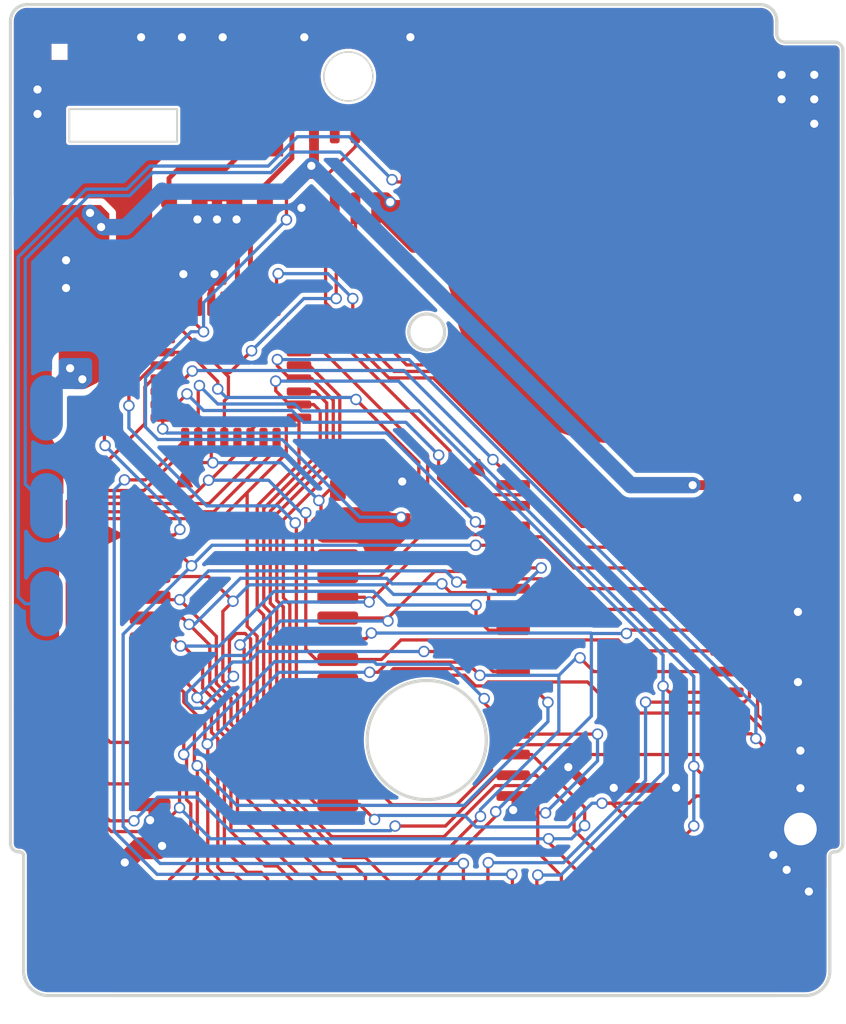
<source format=kicad_pcb>
(kicad_pcb (version 20221018) (generator pcbnew)
  (layers (0 "F.Cu" signal) (31 "B.Cu" signal) (34 "B.Paste" user) (35 "F.Paste" user) (36 "B.SilkS" user "B.Silkscreen") (37 "F.SilkS" user "F.Silkscreen") (38 "B.Mask" user) (39 "F.Mask" user) (44 "Edge.Cuts" user))
  (net 0 "")
  (net 1 "GND")
  (net 2 "Net-(C1-Pad1)")
  (net 3 "+5V")
  (net 4 "Vout")
  (net 5 "WR")
  (net 6 "CLK")
  (net 7 "\\RD")
  (net 8 "unconnected-(J0-Pad5)")
  (net 9 "A0")
  (net 10 "A1")
  (net 11 "A2")
  (net 12 "A3")
  (net 13 "A4")
  (net 14 "A5")
  (net 15 "A6")
  (net 16 "A7")
  (net 17 "A8")
  (net 18 "A9")
  (net 19 "A10")
  (net 20 "A11")
  (net 21 "A12")
  (net 22 "A13")
  (net 23 "A14")
  (net 24 "A15")
  (net 25 "D0")
  (net 26 "D1")
  (net 27 "D2")
  (net 28 "D3")
  (net 29 "D4")
  (net 30 "D5")
  (net 31 "D6")
  (net 32 "D7")
  (net 33 "RESET")
  (net 34 "unconnected-(J0-Pad31)")
  (net 35 "Batt")
  (net 36 "XOUT")
  (net 37 "RA19")
  (net 38 "RA16")
  (net 39 "RA15")
  (net 40 "RA14")
  (net 41 "RA17")
  (net 42 "RA18")
  (net 43 "\\RST")
  (net 45 "XIN")
  (net 47 "AA14")
  (net 48 "AA13")
  (net 49 "RAMCS")
  (net 52 "BT+")
  (footprint "Package_SO:SOIC-28W_7.5x17.9mm_P1.27mm" (layer "F.Cu") (at 115.25 108.85)
    (fp_text reference "U3")
    (fp_text value "GM76C256CLLFW70")
  )
  (footprint "HDR_Gameboy_Cartridges:GB_Cartridge_Front_Only" (layer "F.Cu") (at 126.451 124.85)
    (fp_text reference "J0" hide)
    (fp_text value "CartBus")
    (fp_line (start -25.501 -55.75) (end -25.5 -5.35) (stroke (width 0.2)) (layer "Edge.Cuts"))
    (fp_line (start -24.95 -4.85) (end -25 -4.85) (stroke (width 0.2)) (layer "Edge.Cuts"))
    (fp_line (start -24.699998 2.449998) (end -24.7 -4.6) (stroke (width 0.2)) (layer "Edge.Cuts"))
    (fp_line (start -23.199561 3.949559) (end 23.200441 3.950435) (stroke (width 0.2)) (layer "Edge.Cuts"))
    (fp_line (start 20.45 -56.75) (end -24.501 -56.75) (stroke (width 0.2)) (layer "Edge.Cuts"))
    (fp_line (start 21.45 -55.75) (end 21.45 -54.95) (stroke (width 0.2)) (layer "Edge.Cuts"))
    (fp_line (start 24.700002 2.449998) (end 24.7 -4.6) (stroke (width 0.2)) (layer "Edge.Cuts"))
    (fp_line (start 25 -54.45) (end 21.95 -54.45) (stroke (width 0.2)) (layer "Edge.Cuts"))
    (fp_line (start 25 -4.85) (end 24.95 -4.85) (stroke (width 0.2)) (layer "Edge.Cuts"))
    (fp_line (start 25.5 -5.35) (end 25.5 -53.95) (stroke (width 0.2)) (layer "Edge.Cuts"))
    (fp_arc (start -25.501 -55.75) (mid -25.208107 -56.457107) (end -24.501 -56.75) (stroke (width 0.2)) (layer "Edge.Cuts"))
    (fp_arc (start -25 -4.85) (mid -25.353553 -4.996447) (end -25.5 -5.35) (stroke (width 0.2)) (layer "Edge.Cuts"))
    (fp_arc (start -24.95 -4.85) (mid -24.773223 -4.776777) (end -24.7 -4.6) (stroke (width 0.2)) (layer "Edge.Cuts"))
    (fp_arc (start -23.199561 3.949559) (mid -24.260349 3.510529) (end -24.699998 2.449998) (stroke (width 0.2)) (layer "Edge.Cuts"))
    (fp_arc (start 20.45 -56.75) (mid 21.157107 -56.457107) (end 21.45 -55.75) (stroke (width 0.2)) (layer "Edge.Cuts"))
    (fp_arc (start 21.95 -54.45) (mid 21.596447 -54.596447) (end 21.45 -54.95) (stroke (width 0.2)) (layer "Edge.Cuts"))
    (fp_arc (start 24.7 -4.6) (mid 24.773223 -4.776777) (end 24.95 -4.85) (stroke (width 0.2)) (layer "Edge.Cuts"))
    (fp_arc (start 24.700002 2.449998) (mid 24.260973 3.510786) (end 23.200441 3.950435) (stroke (width 0.2)) (layer "Edge.Cuts"))
    (fp_arc (start 25 -54.45) (mid 25.353553 -54.303553) (end 25.5 -53.95) (stroke (width 0.2)) (layer "Edge.Cuts"))
    (fp_arc (start 25.5 -5.35) (mid 25.353553 -4.996447) (end 25 -4.85) (stroke (width 0.2)) (layer "Edge.Cuts"))
    (fp_circle (center 0 -36.7) (end 1.1 -36.7) (stroke (width 0.2)) (fill none) (layer "Edge.Cuts"))
    (fp_circle (center 0 -11.7) (end 3.65 -11.7) (stroke (width 0.2)) (fill none) (layer "Edge.Cuts"))
  )
  (footprint "Capacitor_SMD:C_0805_2012Metric" (layer "F.Cu") (at 111.6 79.9)
    (fp_text reference "C1")
    (fp_text value "NC")
  )
  (footprint "Resistor_SMD:R_0805_2012Metric" (layer "F.Cu") (at 115.6 79.9)
    (fp_text reference "Z1")
    (fp_text value "R00")
  )
  (footprint "Custom:Resonator_SMD_muRata_CDSCB-2pin_4.5x2.0mm_HandSoldering" (layer "F.Cu") (at 115.65 75.5 90)
    (fp_text reference "X1")
    (fp_text value "Crystal")
    (fp_line (start -1 -11.1) (end -1 -4.5) (stroke (width 0.12)) (layer "Edge.Cuts"))
    (fp_line (start -1 -11.1) (end 1 -11.1) (stroke (width 0.12)) (layer "Edge.Cuts"))
    (fp_line (start -1 -4.5) (end 1 -4.5) (stroke (width 0.12)) (layer "Edge.Cuts"))
    (fp_line (start 1 -11.1) (end 1 -4.5) (stroke (width 0.12)) (layer "Edge.Cuts"))
  )
  (footprint "Resistor_SMD:R_0805_2012Metric" (layer "F.Cu") (at 111.6 82.6 180)
    (fp_text reference "R2")
    (fp_text value "NC")
  )
  (footprint "Capacitor_SMD:C_0805_2012Metric" (layer "F.Cu") (at 124.95 99.3 -90)
    (fp_text reference "C4")
    (fp_text value "0.1uF")
  )
  (footprint "Package_SO:SSOP-32_11.305x20.495mm_P1.27mm" (layer "F.Cu") (at 138.3 107.052)
    (fp_text reference "U1")
    (fp_text value "LH538MNP")
  )
  (footprint "Capacitor_SMD:C_0805_2012Metric" (layer "F.Cu") (at 148.75 101.5 -90)
    (fp_text reference "C2")
    (fp_text value "0.1uF")
  )
  (footprint "Package_QFP:LQFP-32_7x7mm_P0.8mm" (layer "F.Cu") (at 114.45 90.6 90)
    (fp_text reference "U2")
    (fp_text value "MBC3")
  )
  (footprint "Package_SO:SOIC-8_3.9x4.9mm_P1.27mm" (layer "F.Cu") (at 121.45 78.1 90)
    (fp_text reference "U4")
    (fp_text value "BA6129AF")
  )
  (footprint "Capacitor_SMD:C_0805_2012Metric" (layer "F.Cu") (at 121.95 97.8 180)
    (fp_text reference "C5")
    (fp_text value "C")
  )
  (footprint "Resistor_SMD:R_0805_2012Metric" (layer "F.Cu") (at 125.55 79.9 -90)
    (fp_text reference "R1")
    (fp_text value "1K")
  )
  (footprint "Capacitor_SMD:C_0805_2012Metric" (layer "F.Cu") (at 104.25 87.7 90)
    (fp_text reference "C3")
    (fp_text value "0.1uF")
  )
  (footprint "HDR_Gameboy:3x3mm_Pad" (layer "F.Cu") (at 103.95 71)
    (fp_text reference "TP5" hide)
    (fp_text value "3x3")
  )
  (footprint "Custom:CR2025_Tabbed" (layer "F.Cu") (at 138.3714 84.4964 -45)
    (fp_text reference "Batt CR2025")
    (fp_text value "Battery_Cell")
  )
  (footprint "HDR_Gameboy_Date_Indicators:12 December" (layer "B.Cu") (at 132.7 74.6 90)
    (fp_text reference "TP6" hide)
    (fp_text value "Date Indicator")
  )
  (footprint "Custom:Nintendo-GBA-Logo" (layer "B.Cu") (at 142.1 77.15 90)
    (fp_text reference "G***" hide)
    (fp_text value "LOGO" hide)
  )
  (footprint "Custom:GameBoy_Testpoint" (layer "B.Cu") (at 103.151 110.8 -90)
    (fp_text reference "TP4")
    (fp_text value "GND")
  )
  (footprint "Custom:GameBoy_Testpoint" (layer "B.Cu") (at 103.151 92.8 -90)
    (fp_text reference "TP1")
    (fp_text value "RTC_VOUT")
  )
  (footprint "Custom:GameBoy_Testpoint" (layer "B.Cu") (at 103.151 104.8 -90)
    (fp_text reference "TP3")
    (fp_text value "BT+")
  )
  (footprint "Custom:GameBoy_Testpoint" (layer "B.Cu") (at 103.151 98.8 -90)
    (fp_text reference "TP2")
    (fp_text value "VBatt")
  )
  (gr_poly (pts (xy 111.575 96.625) (xy 112.075 97.625) (xy 111.075 97.625)) (stroke (width 0.1)) (fill solid) (layer "F.Cu"))
  (gr_poly (pts (xy 107.9 100.6) (xy 106.9 101.1) (xy 106.9 100.1)) (stroke (width 0.1)) (fill solid) (layer "F.Cu"))
  (gr_poly (pts (xy 130.040661 97.033553) (xy 128.98 96.68) (xy 129.687108 95.972893)) (stroke (width 0.1)) (fill solid) (layer "F.Cu"))
  (gr_poly (pts (xy 119.55 81.95) (xy 120.05 82.95) (xy 119.05 82.95)) (stroke (width 0.1)) (fill solid) (layer "F.Cu"))
  (gr_circle (center 121.65 72.499999) (end 122.71066 71.439339) (stroke (width 0.1)) (fill none) (layer "Edge.Cuts"))
  (segment (start 113.6 81.26) (end 114.799 81.26) (width 0.2) (layer "F.Cu") (net 1))
  (segment (start 112.45 86.425) (end 112.45 85.05) (width 0.4) (layer "F.Cu") (net 1))
  (segment (start 124.95 97.8) (end 124.95 97.314) (width 0.2) (layer "F.Cu") (net 1))
  (segment (start 113.6 81.2596) (end 113.6 81.26) (width 0.2) (layer "F.Cu") (net 1))
  (segment (start 114.662 79.9) (end 114.6625 79.9) (width 0.2) (layer "F.Cu") (net 1))
  (segment (start 149.951 125) (end 149.951 125.5) (width 0.2) (layer "F.Cu") (net 1))
  (segment (start 123.72 97.8) (end 124.2825 98.3625) (width 0.2) (layer "F.Cu") (net 1))
  (segment (start 112.4 81.2596) (end 113.6 81.2596) (width 0.2) (layer "F.Cu") (net 1))
  (segment (start 113.6 79.9) (end 112.538 79.9) (width 0.5) (layer "F.Cu") (net 1))
  (segment (start 118.8 80.575) (end 118.775 80.55) (width 0.2) (layer "F.Cu") (net 1))
  (segment (start 114.662 79.9) (end 113.6 79.9) (width 0.5) (layer "F.Cu") (net 1))
  (segment (start 113.6 81.2596) (end 113.6 81.26) (width 0.2) (layer "F.Cu") (net 1))
  (segment (start 113.6 79.9) (end 113.6 81.2596) (width 0.2) (layer "F.Cu") (net 1))
  (segment (start 123.66 97.8) (end 122.8875 97.8) (width 0.2) (layer "F.Cu") (net 1))
  (segment (start 112.538 79.9) (end 112.5375 79.9) (width 0.2) (layer "F.Cu") (net 1))
  (segment (start 148.75 102.438) (end 148.75 103.25) (width 0.8) (layer "F.Cu") (net 1))
  (segment (start 124.2825 98.3625) (end 124.95 98.3625) (width 0.2) (layer "F.Cu") (net 1))
  (segment (start 137.912 116.078) (end 141.732 116.078) (width 0.6) (layer "F.Cu") (net 1))
  (segment (start 113.25 86.425) (end 113.25 85.19) (width 0.4) (layer "F.Cu") (net 1))
  (segment (start 148.75 102.438) (end 148.75 102.4375) (width 0.2) (layer "F.Cu") (net 1))
  (segment (start 114.799 81.26) (end 114.8 81.2588) (width 0.2) (layer "F.Cu") (net 1))
  (segment (start 104.25 86.32) (end 104.25 86.7625) (width 0.2) (layer "F.Cu") (net 1))
  (segment (start 119.545 80.575) (end 118.8 80.575) (width 0.2) (layer "F.Cu") (net 1))
  (segment (start 131.75 116.577) (end 131.75 117.4394) (width 0.2) (layer "F.Cu") (net 1))
  (segment (start 135.128 114.808) (end 136.398 116.078) (width 0.6) (layer "F.Cu") (net 1))
  (segment (start 109.5 117.105) (end 109.5 118.0608) (width 0.2) (layer "F.Cu") (net 1))
  (segment (start 123.66 97.8) (end 123.72 97.8) (width 0.2) (layer "F.Cu") (net 1))
  (segment (start 136.398 116.078) (end 137.912 116.078) (width 0.6) (layer "F.Cu") (net 1))
  (segment (start 124.95 98.3625) (end 124.95 97.8) (width 0.2) (layer "F.Cu") (net 1))
  (via (at 149.201 109.600435) (size 0.7) (drill 0.5) (layers "F.Cu" "B.Cu") (net 1))
  (via (at 118.775 80.55) (size 0.7) (drill 0.5) (layers "F.Cu" "B.Cu") (net 1))
  (via (at 149.35 116.1) (size 0.7) (drill 0.5) (layers "F.Cu" "B.Cu") (net 1))
  (via (at 125.45 70.09519) (size 0.7) (drill 0.5) (layers "F.Cu" "B.Cu") (net 1))
  (via (at 104.35 83.76) (size 0.7) (drill 0.5) (layers "F.Cu" "B.Cu") (net 1))
  (via (at 150.199129 75.398434) (size 0.7) (drill 0.5) (layers "F.Cu" "B.Cu") (net 1))
  (via (at 148.2 72.4) (size 0.7) (drill 0.5) (layers "F.Cu" "B.Cu") (net 1))
  (via (at 150.199593 73.899159) (size 0.7) (drill 0.5) (layers "F.Cu" "B.Cu") (net 1))
  (via (at 149.35 113.8) (size 0.7) (drill 0.5) (layers "F.Cu" "B.Cu") (net 1))
  (via (at 135.128 114.808) (size 0.7) (drill 0.5) (layers "F.Cu" "B.Cu") (net 1))
  (via (at 141.732 116.078) (size 0.7) (drill 0.5) (layers "F.Cu" "B.Cu") (net 1))
  (via (at 111.54 84.61) (size 0.7) (drill 0.5) (layers "F.Cu" "B.Cu") (net 1))
  (via (at 113.95 70.099173) (size 0.7) (drill 0.5) (layers "F.Cu" "B.Cu") (net 1))
  (via (at 108.95 70.1) (size 0.7) (drill 0.5) (layers "F.Cu" "B.Cu") (net 1))
  (via (at 104.35 85.46) (size 0.7) (drill 0.5) (layers "F.Cu" "B.Cu") (net 1))
  (via (at 148.199593 73.899159) (size 0.7) (drill 0.5) (layers "F.Cu" "B.Cu") (net 1))
  (via (at 114.8 81.2588) (size 0.7) (drill 0.5) (layers "F.Cu" "B.Cu") (net 1))
  (via (at 107.95 120.65) (size 0.7) (drill 0.5) (layers "F.Cu" "B.Cu") (net 1))
  (via (at 113.45 84.61) (size 0.7) (drill 0.5) (layers "F.Cu" "B.Cu") (net 1))
  (via (at 137.912 116.078) (size 0.7) (drill 0.5) (layers "F.Cu" "B.Cu") (net 1))
  (via (at 148.51 121.1) (size 0.7) (drill 0.5) (layers "F.Cu" "B.Cu") (net 1))
  (via (at 124.95 97.314) (size 0.7) (drill 0.5) (layers "F.Cu" "B.Cu") (net 1))
  (via (at 110.236 119.634) (size 0.7) (drill 0.5) (layers "F.Cu" "B.Cu") (net 1))
  (via (at 118.95 70.099173) (size 0.7) (drill 0.5) (layers "F.Cu" "B.Cu") (net 1))
  (via (at 109.5 118.0608) (size 0.7) (drill 0.5) (layers "F.Cu" "B.Cu") (net 1))
  (via (at 149.2 105.3) (size 0.7) (drill 0.5) (layers "F.Cu" "B.Cu") (net 1))
  (via (at 102.6 74.798695) (size 0.7) (drill 0.5) (layers "F.Cu" "B.Cu") (net 1))
  (via (at 150.2 72.4) (size 0.7) (drill 0.5) (layers "F.Cu" "B.Cu") (net 1))
  (via (at 111.45 70.099173) (size 0.7) (drill 0.5) (layers "F.Cu" "B.Cu") (net 1))
  (via (at 149.87 122.43) (size 0.7) (drill 0.5) (layers "F.Cu" "B.Cu") (net 1))
  (via (at 149.17 98.31) (size 0.7) (drill 0.5) (layers "F.Cu" "B.Cu") (net 1))
  (via (at 149.35 118.6) (size 2.1) (drill 2) (layers "F.Cu" "B.Cu") (net 1))
  (via (at 147.69 120.19) (size 0.7) (drill 0.5) (layers "F.Cu" "B.Cu") (net 1))
  (via (at 112.4 81.2596) (size 0.7) (drill 0.5) (layers "F.Cu" "B.Cu") (net 1))
  (via (at 131.75 117.4394) (size 0.7) (drill 0.5) (layers "F.Cu" "B.Cu") (net 1))
  (via (at 102.6 73.3) (size 0.7) (drill 0.5) (layers "F.Cu" "B.Cu") (net 1))
  (via (at 113.6 81.26) (size 0.7) (drill 0.5) (layers "F.Cu" "B.Cu") (net 1))
  (segment (start 110.662 80.575) (end 110.6625 80.5745) (width 0.2) (layer "F.Cu") (net 2))
  (segment (start 110.662 81.25) (end 110.6625 81.2505) (width 0.2) (layer "F.Cu") (net 2))
  (segment (start 110.6625 81.2505) (end 110.6625 82.6) (width 0.2) (layer "F.Cu") (net 2))
  (segment (start 110.66 79.0037) (end 110.66 78.74) (width 0.3) (layer "F.Cu") (net 2))
  (segment (start 110.66 78.74) (end 111.2 78.2) (width 0.3) (layer "F.Cu") (net 2))
  (segment (start 110.662 80.575) (end 110.662 79.9) (width 0.3) (layer "F.Cu") (net 2))
  (segment (start 111.2 78.2) (end 114.1 78.2) (width 0.3) (layer "F.Cu") (net 2))
  (segment (start 110.662 82.6) (end 110.662 81.25) (width 0.3) (layer "F.Cu") (net 2))
  (segment (start 110.6625 79.0062) (end 110.6625 79.9) (width 0.2) (layer "F.Cu") (net 2))
  (segment (start 110.662 81.25) (end 110.662 80.575) (width 0.3) (layer "F.Cu") (net 2))
  (segment (start 110.66 79.0037) (end 110.6625 79.0062) (width 0.2) (layer "F.Cu") (net 2))
  (segment (start 110.6625 80.5745) (end 110.6625 79.9) (width 0.2) (layer "F.Cu") (net 2))
  (segment (start 114.1 78.2) (end 115.65 76.65) (width 0.3) (layer "F.Cu") (net 2))
  (segment (start 110.66 79.8075) (end 110.66 79.0037) (width 0.3) (layer "F.Cu") (net 2))
  (segment (start 102.951 119.9467) (end 102.951 125) (width 0.2) (layer "F.Cu") (net 3))
  (segment (start 146.277 97.527) (end 148.75 100) (width 0.6) (layer "F.Cu") (net 3))
  (segment (start 119.545 77.813) (end 119.38 77.978) (width 0.2) (layer "F.Cu") (net 3))
  (segment (start 144.841 97.536) (end 144.85 97.527) (width 0.2) (layer "F.Cu") (net 3))
  (segment (start 144.85 97.527) (end 146.277 97.527) (width 0.6) (layer "F.Cu") (net 3))
  (segment (start 102.951 125) (end 102.951 125.5) (width 0.2) (layer "F.Cu") (net 3))
  (segment (start 142.748 97.536) (end 144.841 97.536) (width 0.6) (layer "F.Cu") (net 3))
  (segment (start 119.545 75.625) (end 119.545 77.813) (width 0.6) (layer "F.Cu") (net 3))
  (segment (start 148.75 100) (end 148.75 100.5625) (width 0.6) (layer "F.Cu") (net 3))
  (via (at 142.748 97.536) (size 0.7) (drill 0.5) (layers "F.Cu" "B.Cu") (net 3))
  (via (at 106.5 81.725) (size 0.7) (drill 0.5) (layers "F.Cu" "B.Cu") (net 3))
  (via (at 119.38 77.978) (size 0.7) (drill 0.5) (layers "F.Cu" "B.Cu") (net 3))
  (via (at 105.82 80.86) (size 0.7) (drill 0.5) (layers "F.Cu" "B.Cu") (net 3))
  (segment (start 108.008 81.73) (end 110.239 79.499) (width 1) (layer "B.Cu") (net 3))
  (segment (start 110.239 79.499) (end 110.3 79.56) (width 1) (layer "B.Cu") (net 3))
  (segment (start 107.384 81.73) (end 108.008 81.73) (width 1) (layer "B.Cu") (net 3))
  (segment (start 105.82 80.86) (end 105.82 80.92) (width 1) (layer "B.Cu") (net 3))
  (segment (start 138.938 97.536) (end 142.748 97.536) (width 1) (layer "B.Cu") (net 3))
  (segment (start 106.69 81.73) (end 107.384 81.73) (width 1) (layer "B.Cu") (net 3))
  (segment (start 107.384 81.73) (end 106.69 81.73) (width 1) (layer "B.Cu") (net 3))
  (segment (start 110.3 79.56) (end 117.798 79.56) (width 1) (layer "B.Cu") (net 3))
  (segment (start 105.82 80.92) (end 106.63 81.73) (width 1) (layer "B.Cu") (net 3))
  (segment (start 106.69 81.73) (end 105.82 80.86) (width 1) (layer "B.Cu") (net 3))
  (segment (start 106.63 81.73) (end 106.69 81.73) (width 1) (layer "B.Cu") (net 3))
  (segment (start 117.798 79.56) (end 119.38 77.978) (width 1) (layer "B.Cu") (net 3))
  (segment (start 119.38 77.978) (end 138.938 97.536) (width 1) (layer "B.Cu") (net 3))
  (segment (start 124.95 100.2375) (end 124.95 99.57) (width 0.2) (layer "F.Cu") (net 4))
  (segment (start 111.65 86.425) (end 111.65 87.012) (width 0.2) (layer "F.Cu") (net 4))
  (segment (start 111.65 87.012) (end 112.776 88.138) (width 0.2) (layer "F.Cu") (net 4))
  (segment (start 124.95 99.57) (end 124.88 99.5) (width 0.2) (layer "F.Cu") (net 4))
  (segment (start 122.085 75.625) (end 122.085 76.797) (width 0.2) (layer "F.Cu") (net 4))
  (segment (start 122.085 76.797) (end 120.207 78.675) (width 0.2) (layer "F.Cu") (net 4))
  (segment (start 104.25 88.6375) (end 105.5375 88.6375) (width 0.4) (layer "F.Cu") (net 4))
  (segment (start 124.5925 100.595) (end 124.95 100.2375) (width 0.2) (layer "F.Cu") (net 4))
  (segment (start 121 100.595) (end 124.5925 100.595) (width 0.2) (layer "F.Cu") (net 4))
  (segment (start 117.856 79.419) (end 117.856 81.28) (width 0.2) (layer "F.Cu") (net 4))
  (segment (start 104.25 90.025) (end 104.6 90.375) (width 0.3) (layer "F.Cu") (net 4))
  (segment (start 120.207 78.675) (end 118.6 78.675) (width 0.2) (layer "F.Cu") (net 4))
  (segment (start 118.6 78.675) (end 117.856 79.419) (width 0.2) (layer "F.Cu") (net 4))
  (segment (start 104.25 88.6375) (end 104.25 90.025) (width 0.3) (layer "F.Cu") (net 4))
  (via (at 104.6 90.375) (size 0.7) (drill 0.5) (layers "F.Cu" "B.Cu") (net 4))
  (via (at 117.856 81.28) (size 0.7) (drill 0.5) (layers "F.Cu" "B.Cu") (net 4))
  (via (at 124.88 99.5) (size 0.7) (drill 0.5) (layers "F.Cu" "B.Cu") (net 4))
  (via (at 112.776 88.138) (size 0.7) (drill 0.5) (layers "F.Cu" "B.Cu") (net 4))
  (via (at 105.35 91.05) (size 0.7) (drill 0.5) (layers "F.Cu" "B.Cu") (net 4))
  (segment (start 122.36 99.5) (end 121.0983 98.2383) (width 0.2) (layer "B.Cu") (net 4))
  (segment (start 103.151 91.824) (end 103.151 92.8) (width 0.3) (layer "B.Cu") (net 4))
  (segment (start 109.982 94.742) (end 109.22 93.98) (width 0.2) (layer "B.Cu") (net 4))
  (segment (start 117.602 94.742) (end 109.982 94.742) (width 0.2) (layer "B.Cu") (net 4))
  (segment (start 117.856 81.28) (end 112.776 86.36) (width 0.2) (layer "B.Cu") (net 4))
  (segment (start 109.22 93.98) (end 109.22 90.932) (width 0.2) (layer "B.Cu") (net 4))
  (segment (start 112.014 88.138) (end 112.776 88.138) (width 0.2) (layer "B.Cu") (net 4))
  (segment (start 121.0983 98.2383) (end 117.602 94.742) (width 0.2) (layer "B.Cu") (net 4))
  (segment (start 124.88 99.5) (end 122.36 99.5) (width 0.2) (layer "B.Cu") (net 4))
  (segment (start 109.22 90.932) (end 112.014 88.138) (width 0.2) (layer "B.Cu") (net 4))
  (segment (start 104.6 90.375) (end 103.151 91.824) (width 0.3) (layer "B.Cu") (net 4))
  (segment (start 112.776 86.36) (end 112.776 88.138) (width 0.2) (layer "B.Cu") (net 4))
  (segment (start 106.201 125.35) (end 106.201 124.85) (width 0.2) (layer "F.Cu") (net 5))
  (segment (start 105.8604 97.8646) (end 104.825 98.9) (width 0.2) (layer "F.Cu") (net 5))
  (segment (start 113.25 96.154) (end 113.25 94.775) (width 0.2) (layer "F.Cu") (net 5))
  (segment (start 113.25 96.154) (end 110.838 96.154) (width 0.2) (layer "F.Cu") (net 5))
  (segment (start 119.4423 99.739125) (end 119.9716 99.209825) (width 0.2) (layer "F.Cu") (net 5))
  (segment (start 106.201 119.024) (end 106.201 124.85) (width 0.2) (layer "F.Cu") (net 5))
  (segment (start 119.441917 101.045083) (end 119.4423 101.0447) (width 0.2) (layer "F.Cu") (net 5))
  (segment (start 119.765 101.865) (end 119.441917 101.541917) (width 0.2) (layer "F.Cu") (net 5))
  (segment (start 109.1274 97.8646) (end 105.8604 97.8646) (width 0.2) (layer "F.Cu") (net 5))
  (segment (start 119.9716 98.6052) (end 119.8415 98.4751) (width 0.2) (layer "F.Cu") (net 5))
  (segment (start 104.825 98.9) (end 104.825 117.648) (width 0.2) (layer "F.Cu") (net 5))
  (segment (start 110.838 96.154) (end 109.1274 97.8646) (width 0.2) (layer "F.Cu") (net 5))
  (segment (start 104.825 117.648) (end 106.201 119.024) (width 0.2) (layer "F.Cu") (net 5))
  (segment (start 120.5166 97.8) (end 119.8415 98.4751) (width 0.2) (layer "F.Cu") (net 5))
  (segment (start 119.441917 101.541917) (end 119.441917 101.045083) (width 0.2) (layer "F.Cu") (net 5))
  (segment (start 121.0125 97.8) (end 120.5166 97.8) (width 0.2) (layer "F.Cu") (net 5))
  (segment (start 119.4423 101.0447) (end 119.4423 99.739125) (width 0.2) (layer "F.Cu") (net 5))
  (segment (start 119.9716 99.209825) (end 119.9716 98.6052) (width 0.2) (layer "F.Cu") (net 5))
  (segment (start 113.335 96.154) (end 113.3455 96.1645) (width 0.2) (layer "F.Cu") (net 5))
  (segment (start 113.25 96.154) (end 113.335 96.154) (width 0.2) (layer "F.Cu") (net 5))
  (segment (start 121 101.865) (end 119.765 101.865) (width 0.2) (layer "F.Cu") (net 5))
  (via (at 119.8415 98.4751) (size 0.7) (drill 0.5) (layers "F.Cu" "B.Cu") (net 5))
  (via (at 113.3455 96.1645) (size 0.7) (drill 0.5) (layers "F.Cu" "B.Cu") (net 5))
  (segment (start 119.8415 98.4751) (end 117.5309 96.1645) (width 0.2) (layer "B.Cu") (net 5))
  (segment (start 117.5309 96.1645) (end 113.3455 96.1645) (width 0.2) (layer "B.Cu") (net 5))
  (segment (start 109.1769 93.7731) (end 109.1769 91.5235) (width 0.2) (layer "F.Cu") (net 6))
  (segment (start 104.701 125.35) (end 104.701 124.85) (width 0.2) (layer "F.Cu") (net 6))
  (segment (start 104.425 120.275) (end 104.425 98.525) (width 0.2) (layer "F.Cu") (net 6))
  (segment (start 109.1769 91.5235) (end 109.7004 91) (width 0.2) (layer "F.Cu") (net 6))
  (segment (start 109.7004 91) (end 110.275 91) (width 0.2) (layer "F.Cu") (net 6))
  (segment (start 104.425 98.525) (end 109.1769 93.7731) (width 0.2) (layer "F.Cu") (net 6))
  (segment (start 104.701 124.85) (end 104.701 120.551) (width 0.2) (layer "F.Cu") (net 6))
  (segment (start 104.701 120.551) (end 104.425 120.275) (width 0.2) (layer "F.Cu") (net 6))
  (segment (start 144.85 107.687) (end 138.8369 107.687) (width 0.2) (layer "F.Cu") (net 7))
  (segment (start 119.038412 99.224481) (end 119.038412 99.57788) (width 0.2) (layer "F.Cu") (net 7))
  (segment (start 123.6813 108.215) (end 121 108.215) (width 0.2) (layer "F.Cu") (net 7))
  (segment (start 114.85 95.5794) (end 113.1964 97.233) (width 0.2) (layer "F.Cu") (net 7))
  (segment (start 107.701 124.85) (end 107.701 125.35) (width 0.2) (layer "F.Cu") (net 7))
  (segment (start 107.701 124.85) (end 107.701 121.6999) (width 0.2) (layer "F.Cu") (net 7))
  (segment (start 113.1964 97.233) (end 113.0847 97.233) (width 0.2) (layer "F.Cu") (net 7))
  (segment (start 106.7021 120.701) (end 106.7021 118.9021) (width 0.2) (layer "F.Cu") (net 7))
  (segment (start 107.701 121.6999) (end 106.7021 120.701) (width 0.2) (layer "F.Cu") (net 7))
  (segment (start 138.1677 107.0178) (end 124.8785 107.0178) (width 0.2) (layer "F.Cu") (net 7))
  (segment (start 114.85 94.775) (end 114.85 95.5794) (width 0.2) (layer "F.Cu") (net 7))
  (segment (start 119.041917 99.581385) (end 119.041917 107.591917) (width 0.2) (layer "F.Cu") (net 7))
  (segment (start 119.038412 99.57788) (end 119.041917 99.581385) (width 0.2) (layer "F.Cu") (net 7))
  (segment (start 119.635 108.185) (end 119.635 108.215) (width 0.2) (layer "F.Cu") (net 7))
  (segment (start 119.041917 107.591917) (end 119.635 108.185) (width 0.2) (layer "F.Cu") (net 7))
  (segment (start 119.635 108.215) (end 121 108.215) (width 0.2) (layer "F.Cu") (net 7))
  (segment (start 106.025986 98.2647) (end 112.053 98.2647) (width 0.2) (layer "F.Cu") (net 7))
  (segment (start 124.8785 107.0178) (end 123.6813 108.215) (width 0.2) (layer "F.Cu") (net 7))
  (segment (start 106.7021 118.9021) (end 105.225 117.425) (width 0.2) (layer "F.Cu") (net 7))
  (segment (start 105.225 99.065686) (end 106.025986 98.2647) (width 0.2) (layer "F.Cu") (net 7))
  (segment (start 138.8369 107.687) (end 138.1677 107.0178) (width 0.2) (layer "F.Cu") (net 7))
  (segment (start 105.225 117.425) (end 105.225 99.065686) (width 0.2) (layer "F.Cu") (net 7))
  (segment (start 112.053 98.2647) (end 113.0847 97.233) (width 0.2) (layer "F.Cu") (net 7))
  (via (at 119.038412 99.224481) (size 0.7) (drill 0.5) (layers "F.Cu" "B.Cu") (net 7))
  (via (at 113.0847 97.233) (size 0.7) (drill 0.5) (layers "F.Cu" "B.Cu") (net 7))
  (segment (start 118.752781 99.224481) (end 119.038412 99.224481) (width 0.2) (layer "B.Cu") (net 7))
  (segment (start 116.7613 97.233) (end 118.752781 99.224481) (width 0.2) (layer "B.Cu") (net 7))
  (segment (start 113.0847 97.233) (end 116.7613 97.233) (width 0.2) (layer "B.Cu") (net 7))
  (segment (start 109.201 125.35) (end 109.201 124.85) (width 0.2) (layer "F.Cu") (net 8))
  (segment (start 109.5 112.025) (end 110.825 112.025) (width 0.2) (layer "F.Cu") (net 9))
  (segment (start 129.9738 110.8738) (end 129.9738 110.6078) (width 0.2) (layer "F.Cu") (net 9))
  (segment (start 110.701 124.85) (end 110.701 121.6999) (width 0.2) (layer "F.Cu") (net 9))
  (segment (start 131.75 111.497) (end 130.597 111.497) (width 0.2) (layer "F.Cu") (net 9))
  (segment (start 111.9937 117.0654) (end 111.9937 120.4072) (width 0.2) (layer "F.Cu") (net 9))
  (segment (start 111.7354 116.8071) (end 111.9937 117.0654) (width 0.2) (layer "F.Cu") (net 9))
  (segment (start 130.597 111.497) (end 129.9738 110.8738) (width 0.2) (layer "F.Cu") (net 9))
  (segment (start 110.701 125.35) (end 110.701 124.85) (width 0.2) (layer "F.Cu") (net 9))
  (segment (start 111.5639 112.7639) (end 111.5639 114.0355) (width 0.2) (layer "F.Cu") (net 9))
  (segment (start 111.5639 114.0355) (end 111.7354 114.207) (width 0.2) (layer "F.Cu") (net 9))
  (segment (start 111.7354 114.207) (end 111.7354 116.8071) (width 0.2) (layer "F.Cu") (net 9))
  (segment (start 110.825 112.025) (end 111.5639 112.7639) (width 0.2) (layer "F.Cu") (net 9))
  (segment (start 111.9937 120.4072) (end 110.701 121.6999) (width 0.2) (layer "F.Cu") (net 9))
  (via (at 111.5639 114.0355) (size 0.7) (drill 0.5) (layers "F.Cu" "B.Cu") (net 9))
  (via (at 129.9738 110.6078) (size 0.7) (drill 0.5) (layers "F.Cu" "B.Cu") (net 9))
  (segment (start 129.9738 110.6078) (end 127.877 108.511) (width 0.2) (layer "B.Cu") (net 9))
  (segment (start 123.3822 108.511) (end 123.2191 108.3479) (width 0.2) (layer "B.Cu") (net 9))
  (segment (start 127.877 108.511) (end 123.3822 108.511) (width 0.2) (layer "B.Cu") (net 9))
  (segment (start 111.5639 113.9121) (end 111.5639 114.0355) (width 0.2) (layer "B.Cu") (net 9))
  (segment (start 123.2191 108.3479) (end 117.1281 108.3479) (width 0.2) (layer "B.Cu") (net 9))
  (segment (start 117.1281 108.3479) (end 111.5639 113.9121) (width 0.2) (layer "B.Cu") (net 9))
  (segment (start 109.5 110.755) (end 110.705 110.755) (width 0.2) (layer "F.Cu") (net 10))
  (segment (start 112.2141 114.5502) (end 112.3855 114.7216) (width 0.2) (layer "F.Cu") (net 10))
  (segment (start 131.75 110.227) (end 133.2692 110.227) (width 0.2) (layer "F.Cu") (net 10))
  (segment (start 112.3938 121.5071) (end 112.201 121.6999) (width 0.2) (layer "F.Cu") (net 10))
  (segment (start 112.3855 114.7216) (end 112.3938 114.7299) (width 0.2) (layer "F.Cu") (net 10))
  (segment (start 112.2141 112.2641) (end 112.2141 114.5502) (width 0.2) (layer "F.Cu") (net 10))
  (segment (start 112.201 125.35) (end 112.201 124.85) (width 0.2) (layer "F.Cu") (net 10))
  (segment (start 112.3938 114.7299) (end 112.3938 121.5071) (width 0.2) (layer "F.Cu") (net 10))
  (segment (start 112.201 124.85) (end 112.201 121.6999) (width 0.2) (layer "F.Cu") (net 10))
  (segment (start 133.2692 110.227) (end 133.8798 110.8376) (width 0.2) (layer "F.Cu") (net 10))
  (segment (start 110.705 110.755) (end 112.2141 112.2641) (width 0.2) (layer "F.Cu") (net 10))
  (via (at 133.8798 110.8376) (size 0.7) (drill 0.5) (layers "F.Cu" "B.Cu") (net 10))
  (via (at 112.3855 114.7216) (size 0.7) (drill 0.5) (layers "F.Cu" "B.Cu") (net 10))
  (segment (start 128.7495 117.1505) (end 133.8798 112.0202) (width 0.2) (layer "B.Cu") (net 10))
  (segment (start 133.8798 112.0202) (end 133.8798 110.8376) (width 0.2) (layer "B.Cu") (net 10))
  (segment (start 114.8144 117.1505) (end 128.7495 117.1505) (width 0.2) (layer "B.Cu") (net 10))
  (segment (start 112.3855 114.7216) (end 114.8144 117.1505) (width 0.2) (layer "B.Cu") (net 10))
  (segment (start 113.0356 113.4273) (end 113.0018 113.3935) (width 0.2) (layer "F.Cu") (net 11))
  (segment (start 109.5 109.485) (end 110.835 109.485) (width 0.2) (layer "F.Cu") (net 11))
  (segment (start 113.0356 121.0345) (end 113.0356 113.4273) (width 0.2) (layer "F.Cu") (net 11))
  (segment (start 113.701 125.35) (end 113.701 124.85) (width 0.2) (layer "F.Cu") (net 11))
  (segment (start 129.9367 108.3767) (end 124.0854 108.3767) (width 0.2) (layer "F.Cu") (net 11))
  (segment (start 111.5685 110.8315) (end 112.8592 112.1222) (width 0.2) (layer "F.Cu") (net 11))
  (segment (start 112.8592 112.1222) (end 112.8592 113.2509) (width 0.2) (layer "F.Cu") (net 11))
  (segment (start 124.0854 108.3767) (end 123.4641 108.998) (width 0.2) (layer "F.Cu") (net 11))
  (segment (start 113.701 121.6999) (end 113.0356 121.0345) (width 0.2) (layer "F.Cu") (net 11))
  (segment (start 110.835 109.485) (end 111.5685 110.2185) (width 0.2) (layer "F.Cu") (net 11))
  (segment (start 131.75 108.957) (end 130.517 108.957) (width 0.2) (layer "F.Cu") (net 11))
  (segment (start 113.701 124.85) (end 113.701 121.6999) (width 0.2) (layer "F.Cu") (net 11))
  (segment (start 111.5685 110.2185) (end 111.5685 110.8315) (width 0.2) (layer "F.Cu") (net 11))
  (segment (start 112.8592 113.2509) (end 113.0018 113.3935) (width 0.2) (layer "F.Cu") (net 11))
  (segment (start 130.517 108.957) (end 129.9367 108.3767) (width 0.2) (layer "F.Cu") (net 11))
  (segment (start 123.4641 108.998) (end 122.9498 108.998) (width 0.2) (layer "F.Cu") (net 11))
  (via (at 122.9498 108.998) (size 0.7) (drill 0.5) (layers "F.Cu" "B.Cu") (net 11))
  (via (at 113.0018 113.3935) (size 0.7) (drill 0.5) (layers "F.Cu" "B.Cu") (net 11))
  (segment (start 117.3973 108.998) (end 113.0018 113.3935) (width 0.2) (layer "B.Cu") (net 11))
  (segment (start 122.9498 108.998) (end 117.3973 108.998) (width 0.2) (layer "B.Cu") (net 11))
  (segment (start 115.201 121.901) (end 114.6245 121.3245) (width 0.2) (layer "F.Cu") (net 12))
  (segment (start 115.201 124.85) (end 115.201 121.901) (width 0.2) (layer "F.Cu") (net 12))
  (segment (start 131.75 107.687) (end 131.7105 107.7265) (width 0.2) (layer "F.Cu") (net 12))
  (segment (start 112.3774 110.5528) (end 113.2593 111.4347) (width 0.2) (layer "F.Cu") (net 12))
  (segment (start 113.2593 112.67306) (end 113.6519 113.06566) (width 0.2) (layer "F.Cu") (net 12))
  (segment (start 111.315 108.215) (end 111.8241 108.7241) (width 0.2) (layer "F.Cu") (net 12))
  (segment (start 131.7105 107.7265) (end 126.2789 107.7265) (width 0.2) (layer "F.Cu") (net 12))
  (segment (start 111.8241 108.7241) (end 111.8241 109.7259) (width 0.2) (layer "F.Cu") (net 12))
  (segment (start 113.6519 113.06566) (end 113.6519 120.9509) (width 0.2) (layer "F.Cu") (net 12))
  (segment (start 113.6519 120.9509) (end 114.0255 121.3245) (width 0.2) (layer "F.Cu") (net 12))
  (segment (start 113.2593 111.4347) (end 113.2593 112.67306) (width 0.2) (layer "F.Cu") (net 12))
  (segment (start 112.3774 110.2792) (end 112.3774 110.5528) (width 0.2) (layer "F.Cu") (net 12))
  (segment (start 109.5 108.215) (end 111.315 108.215) (width 0.2) (layer "F.Cu") (net 12))
  (segment (start 114.6245 121.3245) (end 114.0255 121.3245) (width 0.2) (layer "F.Cu") (net 12))
  (segment (start 115.201 125.35) (end 115.201 124.85) (width 0.2) (layer "F.Cu") (net 12))
  (segment (start 111.8241 109.7259) (end 112.3774 110.2792) (width 0.2) (layer "F.Cu") (net 12))
  (via (at 112.3774 110.5528) (size 0.7) (drill 0.5) (layers "F.Cu" "B.Cu") (net 12))
  (via (at 126.2789 107.7265) (size 0.7) (drill 0.5) (layers "F.Cu" "B.Cu") (net 12))
  (segment (start 116.1827 107.7265) (end 115.5394 108.3698) (width 0.2) (layer "B.Cu") (net 12))
  (segment (start 115.5394 108.3698) (end 114.5604 108.3698) (width 0.2) (layer "B.Cu") (net 12))
  (segment (start 114.5604 108.3698) (end 112.3774 110.5528) (width 0.2) (layer "B.Cu") (net 12))
  (segment (start 126.2789 107.7265) (end 116.1827 107.7265) (width 0.2) (layer "B.Cu") (net 12))
  (segment (start 116.2995 121.2495) (end 115.4505 121.2495) (width 0.2) (layer "F.Cu") (net 13))
  (segment (start 129.4739 105.6539) (end 129.4739 104.8795) (width 0.2) (layer "F.Cu") (net 13))
  (segment (start 112.72205 108.57205) (end 112.72205 109.97795) (width 0.2) (layer "F.Cu") (net 13))
  (segment (start 114.052 119.851) (end 115.4505 121.2495) (width 0.2) (layer "F.Cu") (net 13))
  (segment (start 131.75 106.417) (end 130.237 106.417) (width 0.2) (layer "F.Cu") (net 13))
  (segment (start 113.6594 112.50818) (end 114.052 112.90078) (width 0.2) (layer "F.Cu") (net 13))
  (segment (start 130.237 106.417) (end 129.4739 105.6539) (width 0.2) (layer "F.Cu") (net 13))
  (segment (start 109.5 106.945) (end 110.922 106.945) (width 0.2) (layer "F.Cu") (net 13))
  (segment (start 112.72205 109.97795) (end 113.6594 110.9153) (width 0.2) (layer "F.Cu") (net 13))
  (segment (start 116.701 124.85) (end 116.701 121.651) (width 0.2) (layer "F.Cu") (net 13))
  (segment (start 116.701 121.651) (end 116.2995 121.2495) (width 0.2) (layer "F.Cu") (net 13))
  (segment (start 111.3702 107.3932) (end 111.5432 107.3932) (width 0.2) (layer "F.Cu") (net 13))
  (segment (start 110.922 106.945) (end 111.3702 107.3932) (width 0.2) (layer "F.Cu") (net 13))
  (segment (start 113.6594 110.9153) (end 113.6594 112.50818) (width 0.2) (layer "F.Cu") (net 13))
  (segment (start 114.052 112.90078) (end 114.052 119.851) (width 0.2) (layer "F.Cu") (net 13))
  (segment (start 111.5432 107.3932) (end 112.72205 108.57205) (width 0.2) (layer "F.Cu") (net 13))
  (segment (start 116.701 125.35) (end 116.701 124.85) (width 0.2) (layer "F.Cu") (net 13))
  (via (at 129.4739 104.8795) (size 0.7) (drill 0.5) (layers "F.Cu" "B.Cu") (net 13))
  (via (at 111.3702 107.3932) (size 0.7) (drill 0.5) (layers "F.Cu" "B.Cu") (net 13))
  (segment (start 123.1912 104.0433) (end 117.0925 104.0433) (width 0.2) (layer "B.Cu") (net 13))
  (segment (start 117.0925 104.0433) (end 113.7426 107.3932) (width 0.2) (layer "B.Cu") (net 13))
  (segment (start 113.7426 107.3932) (end 111.3702 107.3932) (width 0.2) (layer "B.Cu") (net 13))
  (segment (start 129.4739 104.8795) (end 124.0274 104.8795) (width 0.2) (layer "B.Cu") (net 13))
  (segment (start 124.0274 104.8795) (end 123.1912 104.0433) (width 0.2) (layer "B.Cu") (net 13))
  (segment (start 114.4521 118.7511) (end 116.563 120.862) (width 0.2) (layer "F.Cu") (net 14))
  (segment (start 114.0595 110.7495) (end 114.0595 112.3433) (width 0.2) (layer "F.Cu") (net 14))
  (segment (start 114.0595 112.3433) (end 114.4521 112.7359) (width 0.2) (layer "F.Cu") (net 14))
  (segment (start 118.201 124.85) (end 118.201 121.776) (width 0.2) (layer "F.Cu") (net 14))
  (segment (start 127.92 104.12) (end 127.38 103.58) (width 0.2) (layer "F.Cu") (net 14))
  (segment (start 130.543 105.147) (end 130.2457 104.8497) (width 0.2) (layer "F.Cu") (net 14))
  (segment (start 111.8903 106.061) (end 113.1593 107.33) (width 0.2) (layer "F.Cu") (net 14))
  (segment (start 117.287 120.862) (end 116.563 120.862) (width 0.2) (layer "F.Cu") (net 14))
  (segment (start 114.4521 112.7359) (end 114.4521 118.7511) (width 0.2) (layer "F.Cu") (net 14))
  (segment (start 118.201 125.35) (end 118.201 124.85) (width 0.2) (layer "F.Cu") (net 14))
  (segment (start 113.1593 107.33) (end 113.1593 109.8493) (width 0.2) (layer "F.Cu") (net 14))
  (segment (start 130.0514 104.12) (end 127.92 104.12) (width 0.2) (layer "F.Cu") (net 14))
  (segment (start 130.2457 104.3143) (end 130.0514 104.12) (width 0.2) (layer "F.Cu") (net 14))
  (segment (start 131.75 105.147) (end 130.543 105.147) (width 0.2) (layer "F.Cu") (net 14))
  (segment (start 113.1593 109.8493) (end 114.0595 110.7495) (width 0.2) (layer "F.Cu") (net 14))
  (segment (start 130.2457 104.8497) (end 130.2457 104.3143) (width 0.2) (layer "F.Cu") (net 14))
  (segment (start 118.201 121.776) (end 117.287 120.862) (width 0.2) (layer "F.Cu") (net 14))
  (segment (start 109.5 105.675) (end 111.5043 105.675) (width 0.2) (layer "F.Cu") (net 14))
  (segment (start 111.5043 105.675) (end 111.8903 106.061) (width 0.2) (layer "F.Cu") (net 14))
  (via (at 127.38 103.58) (size 0.7) (drill 0.5) (layers "F.Cu" "B.Cu") (net 14))
  (via (at 111.8903 106.061) (size 0.7) (drill 0.5) (layers "F.Cu" "B.Cu") (net 14))
  (segment (start 115.0385 103.2431) (end 112.2206 106.061) (width 0.2) (layer "B.Cu") (net 14))
  (segment (start 124.1915 103.4375) (end 124.334 103.58) (width 0.2) (layer "B.Cu") (net 14))
  (segment (start 124.334 103.58) (end 127.38 103.58) (width 0.2) (layer "B.Cu") (net 14))
  (segment (start 124.1915 103.4375) (end 123.9971 103.2431) (width 0.2) (layer "B.Cu") (net 14))
  (segment (start 112.2206 106.061) (end 111.8903 106.061) (width 0.2) (layer "B.Cu") (net 14))
  (segment (start 123.9971 103.2431) (end 115.0385 103.2431) (width 0.2) (layer "B.Cu") (net 14))
  (segment (start 130.1405 103.4705) (end 128.29 103.4705) (width 0.2) (layer "F.Cu") (net 15))
  (segment (start 113.5594 106.7975) (end 113.5594 109.6836) (width 0.2) (layer "F.Cu") (net 15))
  (segment (start 119.701 121.776) (end 119.2995 121.3745) (width 0.2) (layer "F.Cu") (net 15))
  (segment (start 111.3158 104.5539) (end 113.5594 106.7975) (width 0.2) (layer "F.Cu") (net 15))
  (segment (start 119.701 125.35) (end 119.701 124.85) (width 0.2) (layer "F.Cu") (net 15))
  (segment (start 114.4596 112.17842) (end 114.8522 112.57102) (width 0.2) (layer "F.Cu") (net 15))
  (segment (start 130.547 103.877) (end 130.1405 103.4705) (width 0.2) (layer "F.Cu") (net 15))
  (segment (start 114.8522 117.6512) (end 118.5755 121.3745) (width 0.2) (layer "F.Cu") (net 15))
  (segment (start 119.701 124.85) (end 119.701 121.776) (width 0.2) (layer "F.Cu") (net 15))
  (segment (start 131.75 103.877) (end 130.547 103.877) (width 0.2) (layer "F.Cu") (net 15))
  (segment (start 109.6489 104.5539) (end 109.5 104.405) (width 0.2) (layer "F.Cu") (net 15))
  (segment (start 111.3158 104.5539) (end 109.6489 104.5539) (width 0.2) (layer "F.Cu") (net 15))
  (segment (start 113.5594 109.6836) (end 114.4596 110.5838) (width 0.2) (layer "F.Cu") (net 15))
  (segment (start 119.2995 121.3745) (end 118.5755 121.3745) (width 0.2) (layer "F.Cu") (net 15))
  (segment (start 114.8522 112.57102) (end 114.8522 117.6512) (width 0.2) (layer "F.Cu") (net 15))
  (segment (start 114.4596 110.5838) (end 114.4596 112.17842) (width 0.2) (layer "F.Cu") (net 15))
  (via (at 111.3158 104.5539) (size 0.7) (drill 0.5) (layers "F.Cu" "B.Cu") (net 15))
  (via (at 128.29 103.4705) (size 0.7) (drill 0.5) (layers "F.Cu" "B.Cu") (net 15))
  (segment (start 127.6069 102.7874) (end 128.29 103.4705) (width 0.2) (layer "B.Cu") (net 15))
  (segment (start 127.4726 102.7874) (end 113.0823 102.7874) (width 0.2) (layer "B.Cu") (net 15))
  (segment (start 113.0823 102.7874) (end 111.3158 104.5539) (width 0.2) (layer "B.Cu") (net 15))
  (segment (start 127.4726 102.7874) (end 127.6069 102.7874) (width 0.2) (layer "B.Cu") (net 15))
  (segment (start 114.8597 110.4181) (end 114.8597 112.01354) (width 0.2) (layer "F.Cu") (net 16))
  (segment (start 115.2523 116.5513) (end 119.988 121.287) (width 0.2) (layer "F.Cu") (net 16))
  (segment (start 113.0725 103.135) (end 114.5818 104.6443) (width 0.2) (layer "F.Cu") (net 16))
  (segment (start 114.5818 104.6443) (end 113.9595 105.2666) (width 0.2) (layer "F.Cu") (net 16))
  (segment (start 109.5 103.135) (end 113.0725 103.135) (width 0.2) (layer "F.Cu") (net 16))
  (segment (start 113.9595 105.2666) (end 113.9595 109.5179) (width 0.2) (layer "F.Cu") (net 16))
  (segment (start 131.75 102.607) (end 133.4663 102.607) (width 0.2) (layer "F.Cu") (net 16))
  (segment (start 115.2523 112.40614) (end 115.2523 116.5513) (width 0.2) (layer "F.Cu") (net 16))
  (segment (start 120.812 121.287) (end 119.988 121.287) (width 0.2) (layer "F.Cu") (net 16))
  (segment (start 113.9595 109.5179) (end 114.8597 110.4181) (width 0.2) (layer "F.Cu") (net 16))
  (segment (start 114.8597 112.01354) (end 115.2523 112.40614) (width 0.2) (layer "F.Cu") (net 16))
  (segment (start 121.201 124.85) (end 121.201 121.676) (width 0.2) (layer "F.Cu") (net 16))
  (segment (start 121.201 121.676) (end 120.812 121.287) (width 0.2) (layer "F.Cu") (net 16))
  (segment (start 133.4663 102.607) (end 133.468 102.6087) (width 0.2) (layer "F.Cu") (net 16))
  (segment (start 121.201 125.35) (end 121.201 124.85) (width 0.2) (layer "F.Cu") (net 16))
  (via (at 114.5818 104.6443) (size 0.7) (drill 0.5) (layers "F.Cu" "B.Cu") (net 16))
  (via (at 133.468 102.6087) (size 0.7) (drill 0.5) (layers "F.Cu" "B.Cu") (net 16))
  (segment (start 115.5829 103.6432) (end 114.5818 104.6443) (width 0.2) (layer "B.Cu") (net 16))
  (segment (start 131.8472 104.2295) (end 124.4177 104.2295) (width 0.2) (layer "B.Cu") (net 16))
  (segment (start 133.468 102.6087) (end 131.8472 104.2295) (width 0.2) (layer "B.Cu") (net 16))
  (segment (start 124.4177 104.2295) (end 123.8314 103.6432) (width 0.2) (layer "B.Cu") (net 16))
  (segment (start 123.8314 103.6432) (end 115.5829 103.6432) (width 0.2) (layer "B.Cu") (net 16))
  (segment (start 115.266493 111.855353) (end 115.6599 112.24876) (width 0.2) (layer "F.Cu") (net 17))
  (segment (start 115.0097 107.3196) (end 115.2598 107.5697) (width 0.2) (layer "F.Cu") (net 17))
  (segment (start 125.6718 101.9435) (end 122.9219 104.6934) (width 0.2) (layer "F.Cu") (net 17))
  (segment (start 115.6599 112.24876) (end 115.6599 115.4589) (width 0.2) (layer "F.Cu") (net 17))
  (segment (start 115.2598 107.5697) (end 115.2598 111.595366) (width 0.2) (layer "F.Cu") (net 17))
  (segment (start 121 104.405) (end 122.6335 104.405) (width 0.2) (layer "F.Cu") (net 17))
  (segment (start 122.6335 104.405) (end 122.9219 104.6934) (width 0.2) (layer "F.Cu") (net 17))
  (segment (start 115.6599 115.4589) (end 121.088 120.887) (width 0.2) (layer "F.Cu") (net 17))
  (segment (start 122.062 120.887) (end 121.088 120.887) (width 0.2) (layer "F.Cu") (net 17))
  (segment (start 133.9526 101.9435) (end 125.6718 101.9435) (width 0.2) (layer "F.Cu") (net 17))
  (segment (start 122.701 125.35) (end 122.701 124.85) (width 0.2) (layer "F.Cu") (net 17))
  (segment (start 135.8861 103.877) (end 133.9526 101.9435) (width 0.2) (layer "F.Cu") (net 17))
  (segment (start 122.701 121.526) (end 122.062 120.887) (width 0.2) (layer "F.Cu") (net 17))
  (segment (start 122.701 124.85) (end 122.701 121.526) (width 0.2) (layer "F.Cu") (net 17))
  (segment (start 115.266493 111.602059) (end 115.266493 111.855353) (width 0.2) (layer "F.Cu") (net 17))
  (segment (start 144.85 103.877) (end 135.8861 103.877) (width 0.2) (layer "F.Cu") (net 17))
  (segment (start 115.2598 111.595366) (end 115.266493 111.602059) (width 0.2) (layer "F.Cu") (net 17))
  (via (at 115.0097 107.3196) (size 0.7) (drill 0.5) (layers "F.Cu" "B.Cu") (net 17))
  (via (at 122.9219 104.6934) (size 0.7) (drill 0.5) (layers "F.Cu" "B.Cu") (net 17))
  (segment (start 122.9219 104.6934) (end 117.6359 104.6934) (width 0.2) (layer "B.Cu") (net 17))
  (segment (start 117.6359 104.6934) (end 115.0097 107.3196) (width 0.2) (layer "B.Cu") (net 17))
  (segment (start 116.06 115.06) (end 116.06 112.08388) (width 0.2) (layer "F.Cu") (net 18))
  (segment (start 115.665495 111.363395) (end 115.6599 111.3578) (width 0.2) (layer "F.Cu") (net 18))
  (segment (start 124.201 124.85) (end 124.201 121.851) (width 0.2) (layer "F.Cu") (net 18))
  (segment (start 126.9309 102.8205) (end 124.0764 105.675) (width 0.2) (layer "F.Cu") (net 18))
  (segment (start 116.06 112.08388) (end 115.665994 111.689874) (width 0.2) (layer "F.Cu") (net 18))
  (segment (start 124.0764 105.675) (end 124.0764 105.856) (width 0.2) (layer "F.Cu") (net 18))
  (segment (start 135.3703 105.147) (end 133.4973 103.274) (width 0.2) (layer "F.Cu") (net 18))
  (segment (start 130.056186 102.8205) (end 126.9309 102.8205) (width 0.2) (layer "F.Cu") (net 18))
  (segment (start 114.3596 108.9988) (end 114.6096 109.2488) (width 0.2) (layer "F.Cu") (net 18))
  (segment (start 114.788 106.622) (end 114.3596 107.0504) (width 0.2) (layer "F.Cu") (net 18))
  (segment (start 115.3265 106.622) (end 114.788 106.622) (width 0.2) (layer "F.Cu") (net 18))
  (segment (start 124.201 125.35) (end 124.201 124.85) (width 0.2) (layer "F.Cu") (net 18))
  (segment (start 124.0764 105.675) (end 121 105.675) (width 0.2) (layer "F.Cu") (net 18))
  (segment (start 115.6599 106.9554) (end 115.3265 106.622) (width 0.2) (layer "F.Cu") (net 18))
  (segment (start 115.665994 111.689874) (end 115.665994 111.43658) (width 0.2) (layer "F.Cu") (net 18))
  (segment (start 115.665495 111.436081) (end 115.665495 111.363395) (width 0.2) (layer "F.Cu") (net 18))
  (segment (start 133.4973 103.274) (end 130.509686 103.274) (width 0.2) (layer "F.Cu") (net 18))
  (segment (start 115.6599 111.3578) (end 115.6599 106.9554) (width 0.2) (layer "F.Cu") (net 18))
  (segment (start 124.201 121.851) (end 122.6995 120.3495) (width 0.2) (layer "F.Cu") (net 18))
  (segment (start 144.85 105.147) (end 135.3703 105.147) (width 0.2) (layer "F.Cu") (net 18))
  (segment (start 122.6995 120.3495) (end 121.3495 120.3495) (width 0.2) (layer "F.Cu") (net 18))
  (segment (start 114.3596 107.0504) (end 114.3596 108.9988) (width 0.2) (layer "F.Cu") (net 18))
  (segment (start 130.509686 103.274) (end 130.056186 102.8205) (width 0.2) (layer "F.Cu") (net 18))
  (segment (start 121.3495 120.3495) (end 116.06 115.06) (width 0.2) (layer "F.Cu") (net 18))
  (segment (start 115.665994 111.43658) (end 115.665495 111.436081) (width 0.2) (layer "F.Cu") (net 18))
  (via (at 114.6096 109.2488) (size 0.7) (drill 0.5) (layers "F.Cu" "B.Cu") (net 18))
  (via (at 124.0764 105.856) (size 0.7) (drill 0.5) (layers "F.Cu" "B.Cu") (net 18))
  (segment (start 124.0764 105.856) (end 117.4874 105.856) (width 0.2) (layer "B.Cu") (net 18))
  (segment (start 111.7273 110.822) (end 112.1082 111.2029) (width 0.2) (layer "B.Cu") (net 18))
  (segment (start 117.4874 105.856) (end 115.3737 107.9697) (width 0.2) (layer "B.Cu") (net 18))
  (segment (start 112.1082 111.2029) (end 112.6555 111.2029) (width 0.2) (layer "B.Cu") (net 18))
  (segment (start 112.6555 111.2029) (end 114.6096 109.2488) (width 0.2) (layer "B.Cu") (net 18))
  (segment (start 115.3737 107.9697) (end 114.0378 107.9697) (width 0.2) (layer "B.Cu") (net 18))
  (segment (start 111.7273 110.2802) (end 111.7273 110.822) (width 0.2) (layer "B.Cu") (net 18))
  (segment (start 114.0378 107.9697) (end 111.7273 110.2802) (width 0.2) (layer "B.Cu") (net 18))
  (segment (start 129.7082 109.1845) (end 129.3005 108.7768) (width 0.2) (layer "F.Cu") (net 19))
  (segment (start 121.2062 109.6912) (end 121 109.485) (width 0.2) (layer "F.Cu") (net 19))
  (segment (start 125.701 121.8702) (end 129.7466 117.8246) (width 0.2) (layer "F.Cu") (net 19))
  (segment (start 123.4973 109.6912) (end 121.2062 109.6912) (width 0.2) (layer "F.Cu") (net 19))
  (segment (start 144.85 108.957) (end 136.6876 108.957) (width 0.2) (layer "F.Cu") (net 19))
  (segment (start 124.4117 108.7768) (end 123.4973 109.6912) (width 0.2) (layer "F.Cu") (net 19))
  (segment (start 136.6876 108.957) (end 135.8445 108.1139) (width 0.2) (layer "F.Cu") (net 19))
  (segment (start 125.701 124.85) (end 125.701 121.8702) (width 0.2) (layer "F.Cu") (net 19))
  (segment (start 129.3005 108.7768) (end 124.4117 108.7768) (width 0.2) (layer "F.Cu") (net 19))
  (segment (start 125.701 125.35) (end 125.701 124.85) (width 0.2) (layer "F.Cu") (net 19))
  (via (at 129.7466 117.8246) (size 0.7) (drill 0.5) (layers "F.Cu" "B.Cu") (net 19))
  (via (at 129.7082 109.1845) (size 0.7) (drill 0.5) (layers "F.Cu" "B.Cu") (net 19))
  (via (at 135.8445 108.1139) (size 0.7) (drill 0.5) (layers "F.Cu" "B.Cu") (net 19))
  (segment (start 129.7466 117.3975) (end 129.7466 117.8246) (width 0.2) (layer "B.Cu") (net 19))
  (segment (start 134.5486 109.1845) (end 134.5486 112.5955) (width 0.2) (layer "B.Cu") (net 19))
  (segment (start 134.5486 112.5955) (end 129.7466 117.3975) (width 0.2) (layer "B.Cu") (net 19))
  (segment (start 135.8445 108.1139) (end 135.6192 108.1139) (width 0.2) (layer "B.Cu") (net 19))
  (segment (start 135.6192 108.1139) (end 134.5486 109.1845) (width 0.2) (layer "B.Cu") (net 19))
  (segment (start 134.5486 109.1845) (end 129.7082 109.1845) (width 0.2) (layer "B.Cu") (net 19))
  (segment (start 130.6802 117.5387) (end 130.6802 117.8105) (width 0.2) (layer "F.Cu") (net 20))
  (segment (start 144.85 106.417) (end 138.8982 106.417) (width 0.2) (layer "F.Cu") (net 20))
  (segment (start 130.6802 117.8105) (end 127.201 121.2897) (width 0.2) (layer "F.Cu") (net 20))
  (segment (start 127.201 121.2897) (end 127.201 124.85) (width 0.2) (layer "F.Cu") (net 20))
  (segment (start 127.201 125.35) (end 127.201 124.85) (width 0.2) (layer "F.Cu") (net 20))
  (segment (start 121 106.945) (end 122.7097 106.945) (width 0.2) (layer "F.Cu") (net 20))
  (segment (start 138.8982 106.417) (end 138.6922 106.623) (width 0.2) (layer "F.Cu") (net 20))
  (segment (start 122.7097 106.945) (end 123.0589 106.5958) (width 0.2) (layer "F.Cu") (net 20))
  (via (at 130.6802 117.5387) (size 0.7) (drill 0.5) (layers "F.Cu" "B.Cu") (net 20))
  (via (at 138.6922 106.623) (size 0.7) (drill 0.5) (layers "F.Cu" "B.Cu") (net 20))
  (via (at 123.0589 106.5958) (size 0.7) (drill 0.5) (layers "F.Cu" "B.Cu") (net 20))
  (segment (start 136.5403 111.6786) (end 130.6802 117.5387) (width 0.2) (layer "B.Cu") (net 20))
  (segment (start 136.5403 106.623) (end 136.5403 111.6786) (width 0.2) (layer "B.Cu") (net 20))
  (segment (start 136.5131 106.5958) (end 136.5403 106.623) (width 0.2) (layer "B.Cu") (net 20))
  (segment (start 136.5403 106.623) (end 138.6922 106.623) (width 0.2) (layer "B.Cu") (net 20))
  (segment (start 123.0589 106.5958) (end 136.5131 106.5958) (width 0.2) (layer "B.Cu") (net 20))
  (segment (start 128.701 124.85) (end 128.701 121.6999) (width 0.2) (layer "F.Cu") (net 21))
  (segment (start 131.6309 101.2179) (end 129.4486 101.2179) (width 0.2) (layer "F.Cu") (net 21))
  (segment (start 128.698 121.6969) (end 128.698 120.7124) (width 0.2) (layer "F.Cu") (net 21))
  (segment (start 111.4266 101.865) (end 112.0397 102.4781) (width 0.2) (layer "F.Cu") (net 21))
  (segment (start 109.5 101.865) (end 111.4266 101.865) (width 0.2) (layer "F.Cu") (net 21))
  (segment (start 128.701 121.6999) (end 128.698 121.6969) (width 0.2) (layer "F.Cu") (net 21))
  (segment (start 128.701 125.35) (end 128.701 124.85) (width 0.2) (layer "F.Cu") (net 21))
  (segment (start 131.75 101.337) (end 131.6309 101.2179) (width 0.2) (layer "F.Cu") (net 21))
  (via (at 112.0397 102.4781) (size 0.7) (drill 0.5) (layers "F.Cu" "B.Cu") (net 21))
  (via (at 129.4486 101.2179) (size 0.7) (drill 0.5) (layers "F.Cu" "B.Cu") (net 21))
  (via (at 128.698 120.7124) (size 0.7) (drill 0.5) (layers "F.Cu" "B.Cu") (net 21))
  (segment (start 129.4486 101.2179) (end 113.2999 101.2179) (width 0.2) (layer "B.Cu") (net 21))
  (segment (start 110.1157 120.7124) (end 128.698 120.7124) (width 0.2) (layer "B.Cu") (net 21))
  (segment (start 107.8482 106.6696) (end 107.8482 118.4449) (width 0.2) (layer "B.Cu") (net 21))
  (segment (start 113.2999 101.2179) (end 112.0397 102.4781) (width 0.2) (layer "B.Cu") (net 21))
  (segment (start 112.0397 102.4781) (end 107.8482 106.6696) (width 0.2) (layer "B.Cu") (net 21))
  (segment (start 107.8482 118.4449) (end 110.1157 120.7124) (width 0.2) (layer "B.Cu") (net 21))
  (segment (start 129.7179 100.5678) (end 129.8521 100.702) (width 0.2) (layer "F.Cu") (net 22))
  (segment (start 130.201 125.35) (end 130.201 124.85) (width 0.2) (layer "F.Cu") (net 22))
  (segment (start 133.5624 100.702) (end 135.4674 102.607) (width 0.2) (layer "F.Cu") (net 22))
  (segment (start 146.2261 110.5254) (end 145.9227 110.8288) (width 0.2) (layer "F.Cu") (net 22))
  (segment (start 126.5092 95.7432) (end 126.5092 97.7919) (width 0.2) (layer "F.Cu") (net 22))
  (segment (start 135.4674 102.607) (end 144.85 102.607) (width 0.2) (layer "F.Cu") (net 22))
  (segment (start 145.9227 110.8288) (end 139.8616 110.8288) (width 0.2) (layer "F.Cu") (net 22))
  (segment (start 144.85 102.607) (end 145.932 102.607) (width 0.2) (layer "F.Cu") (net 22))
  (segment (start 139.8616 110.8288) (end 139.8616 110.8289) (width 0.2) (layer "F.Cu") (net 22))
  (segment (start 126.5092 97.7919) (end 129.2851 100.5678) (width 0.2) (layer "F.Cu") (net 22))
  (segment (start 130.201 120.6857) (end 130.2249 120.6618) (width 0.2) (layer "F.Cu") (net 22))
  (segment (start 130.201 124.85) (end 130.201 120.6857) (width 0.2) (layer "F.Cu") (net 22))
  (segment (start 145.932 102.607) (end 146.2261 102.9011) (width 0.2) (layer "F.Cu") (net 22))
  (segment (start 118.625 89.4) (end 120.166 89.4) (width 0.2) (layer "F.Cu") (net 22))
  (segment (start 120.166 89.4) (end 126.5092 95.7432) (width 0.2) (layer "F.Cu") (net 22))
  (segment (start 129.2851 100.5678) (end 129.7179 100.5678) (width 0.2) (layer "F.Cu") (net 22))
  (segment (start 146.2261 102.9011) (end 146.2261 110.5254) (width 0.2) (layer "F.Cu") (net 22))
  (segment (start 129.8521 100.702) (end 133.5624 100.702) (width 0.2) (layer "F.Cu") (net 22))
  (via (at 130.2249 120.6618) (size 0.7) (drill 0.5) (layers "F.Cu" "B.Cu") (net 22))
  (via (at 139.8616 110.8289) (size 0.7) (drill 0.5) (layers "F.Cu" "B.Cu") (net 22))
  (segment (start 134.829 120.6618) (end 139.8616 115.6292) (width 0.2) (layer "B.Cu") (net 22))
  (segment (start 130.2249 120.6618) (end 134.829 120.6618) (width 0.2) (layer "B.Cu") (net 22))
  (segment (start 139.8616 115.6292) (end 139.8616 110.8289) (width 0.2) (layer "B.Cu") (net 22))
  (segment (start 111.65 94.775) (end 109.2106 97.2144) (width 0.2) (layer "F.Cu") (net 23))
  (segment (start 131.701 125.35) (end 131.701 124.85) (width 0.2) (layer "F.Cu") (net 23))
  (segment (start 131.701 124.85) (end 131.701 121.6999) (width 0.2) (layer "F.Cu") (net 23))
  (segment (start 109.2106 97.2144) (end 107.9301 97.2144) (width 0.2) (layer "F.Cu") (net 23))
  (segment (start 131.701 121.4111) (end 131.6658 121.3759) (width 0.2) (layer "F.Cu") (net 23))
  (segment (start 131.701 121.6999) (end 131.701 121.4111) (width 0.2) (layer "F.Cu") (net 23))
  (via (at 131.6658 121.3759) (size 0.7) (drill 0.5) (layers "F.Cu" "B.Cu") (net 23))
  (via (at 107.9301 97.2144) (size 0.7) (drill 0.5) (layers "F.Cu" "B.Cu") (net 23))
  (segment (start 107.3022 97.8423) (end 107.9301 97.2144) (width 0.2) (layer "B.Cu") (net 23))
  (segment (start 107.3022 118.7478) (end 107.3022 97.8423) (width 0.2) (layer "B.Cu") (net 23))
  (segment (start 109.9303 121.3759) (end 107.3022 118.7478) (width 0.2) (layer "B.Cu") (net 23))
  (segment (start 131.6658 121.3759) (end 109.9303 121.3759) (width 0.2) (layer "B.Cu") (net 23))
  (segment (start 112.45 94.775) (end 112.45 91.512) (width 0.2) (layer "F.Cu") (net 24))
  (segment (start 133.201 125.35) (end 133.201 124.85) (width 0.2) (layer "F.Cu") (net 24))
  (segment (start 144.85 110.227) (end 141.3165 110.227) (width 0.2) (layer "F.Cu") (net 24))
  (segment (start 133.201 121.4766) (end 133.2576 121.42) (width 0.2) (layer "F.Cu") (net 24))
  (segment (start 112.45 91.512) (end 112.522 91.44) (width 0.2) (layer "F.Cu") (net 24))
  (segment (start 141.3165 110.227) (end 140.9343 109.8448) (width 0.2) (layer "F.Cu") (net 24))
  (segment (start 133.201 124.85) (end 133.201 121.4766) (width 0.2) (layer "F.Cu") (net 24))
  (via (at 140.9343 109.8448) (size 0.7) (drill 0.5) (layers "F.Cu" "B.Cu") (net 24))
  (via (at 112.522 91.44) (size 0.7) (drill 0.5) (layers "F.Cu" "B.Cu") (net 24))
  (via (at 133.2576 121.42) (size 0.7) (drill 0.5) (layers "F.Cu" "B.Cu") (net 24))
  (segment (start 140.9343 115.1612) (end 134.6755 121.42) (width 0.2) (layer "B.Cu") (net 24))
  (segment (start 118.357679 92.564499) (end 113.646499 92.564499) (width 0.2) (layer "B.Cu") (net 24))
  (segment (start 140.9343 109.8448) (end 140.9343 115.1612) (width 0.2) (layer "B.Cu") (net 24))
  (segment (start 140.9343 109.8448) (end 140.9343 107.9457) (width 0.2) (layer "B.Cu") (net 24))
  (segment (start 125.9795 92.9909) (end 118.78408 92.9909) (width 0.2) (layer "B.Cu") (net 24))
  (segment (start 113.646499 92.564499) (end 112.522 91.44) (width 0.2) (layer "B.Cu") (net 24))
  (segment (start 118.78408 92.9909) (end 118.357679 92.564499) (width 0.2) (layer "B.Cu") (net 24))
  (segment (start 134.6755 121.42) (end 133.2576 121.42) (width 0.2) (layer "B.Cu") (net 24))
  (segment (start 140.9343 107.9457) (end 125.9795 92.9909) (width 0.2) (layer "B.Cu") (net 24))
  (segment (start 116.065495 111.524395) (end 116.46 111.9189) (width 0.2) (layer "F.Cu") (net 25))
  (segment (start 132.799 115.942) (end 133.2541 116.3971) (width 0.2) (layer "F.Cu") (net 25))
  (segment (start 133.2541 116.3971) (end 133.2541 117.6128) (width 0.2) (layer "F.Cu") (net 25))
  (segment (start 115.65 94.775) (end 115.65 94.1989) (width 0.2) (layer "F.Cu") (net 25))
  (segment (start 117.8452 95.5936) (end 115.4472 97.9916) (width 0.2) (layer "F.Cu") (net 25))
  (segment (start 127.5136 119.0676) (end 130.6392 115.942) (width 0.2) (layer "F.Cu") (net 25))
  (segment (start 131.769 112.786) (end 131.75 112.767) (width 0.2) (layer "F.Cu") (net 25))
  (segment (start 106.425 99.8) (end 106.6362 99.5888) (width 0.2) (layer "F.Cu") (net 25))
  (segment (start 106.425 112.65) (end 106.425 99.8) (width 0.2) (layer "F.Cu") (net 25))
  (segment (start 134.701 125.35) (end 134.701 124.85) (width 0.2) (layer "F.Cu") (net 25))
  (segment (start 109.5 113.295) (end 107.07 113.295) (width 0.2) (layer "F.Cu") (net 25))
  (segment (start 134.701 121.4733) (end 134.701 124.85) (width 0.2) (layer "F.Cu") (net 25))
  (segment (start 120.633286 119.0676) (end 127.5136 119.0676) (width 0.2) (layer "F.Cu") (net 25))
  (segment (start 117.8452 93.9951) (end 117.8452 95.5936) (width 0.2) (layer "F.Cu") (net 25))
  (segment (start 136.9183 112.786) (end 131.769 112.786) (width 0.2) (layer "F.Cu") (net 25))
  (segment (start 115.65 94.1989) (end 116.1629 93.686) (width 0.2) (layer "F.Cu") (net 25))
  (segment (start 116.064996 111.196896) (end 116.064996 111.270602) (width 0.2) (layer "F.Cu") (net 25))
  (segment (start 133.2541 120.0264) (end 134.701 121.4733) (width 0.2) (layer "F.Cu") (net 25))
  (segment (start 130.6392 115.942) (end 132.799 115.942) (width 0.2) (layer "F.Cu") (net 25))
  (segment (start 116.06 106.7898) (end 116.06 111.1919) (width 0.2) (layer "F.Cu") (net 25))
  (segment (start 116.1629 93.686) (end 117.5361 93.686) (width 0.2) (layer "F.Cu") (net 25))
  (segment (start 117.5361 93.686) (end 117.8452 93.9951) (width 0.2) (layer "F.Cu") (net 25))
  (segment (start 116.065495 111.271101) (end 116.065495 111.524395) (width 0.2) (layer "F.Cu") (net 25))
  (segment (start 107.07 113.295) (end 106.425 112.65) (width 0.2) (layer "F.Cu") (net 25))
  (segment (start 116.064996 111.270602) (end 116.065495 111.271101) (width 0.2) (layer "F.Cu") (net 25))
  (segment (start 133.2541 117.6128) (end 133.7338 117.6128) (width 0.2) (layer "F.Cu") (net 25))
  (segment (start 133.2541 117.6128) (end 133.2541 120.0264) (width 0.2) (layer "F.Cu") (net 25))
  (segment (start 116.46 114.894314) (end 120.633286 119.0676) (width 0.2) (layer "F.Cu") (net 25))
  (segment (start 113.85 99.5888) (end 115.4472 97.9916) (width 0.2) (layer "F.Cu") (net 25))
  (segment (start 106.6362 99.5888) (end 113.85 99.5888) (width 0.2) (layer "F.Cu") (net 25))
  (segment (start 116.06 111.1919) (end 116.064996 111.196896) (width 0.2) (layer "F.Cu") (net 25))
  (segment (start 116.46 111.9189) (end 116.46 114.894314) (width 0.2) (layer "F.Cu") (net 25))
  (segment (start 115.4472 97.9916) (end 115.4472 106.177) (width 0.2) (layer "F.Cu") (net 25))
  (segment (start 115.4472 106.177) (end 116.06 106.7898) (width 0.2) (layer "F.Cu") (net 25))
  (via (at 136.9183 112.786) (size 0.7) (drill 0.5) (layers "F.Cu" "B.Cu") (net 25))
  (via (at 133.7338 117.6128) (size 0.7) (drill 0.5) (layers "F.Cu" "B.Cu") (net 25))
  (segment (start 133.7338 117.6128) (end 136.9183 114.4283) (width 0.2) (layer "B.Cu") (net 25))
  (segment (start 136.9183 114.4283) (end 136.9183 112.786) (width 0.2) (layer "B.Cu") (net 25))
  (segment (start 136.201 124.85) (end 136.201 121.6999) (width 0.2) (layer "F.Cu") (net 26))
  (segment (start 111.3052 115.1252) (end 111.3052 117.2964) (width 0.2) (layer "F.Cu") (net 26))
  (segment (start 106.191572 98.6648) (end 105.625 99.231372) (width 0.2) (layer "F.Cu") (net 26))
  (segment (start 132.887 114.037) (end 136.13 117.28) (width 0.2) (layer "F.Cu") (net 26))
  (segment (start 136.13 117.28) (end 136.13 118.3897) (width 0.2) (layer "F.Cu") (net 26))
  (segment (start 113.1121 98.6648) (end 106.191572 98.6648) (width 0.2) (layer "F.Cu") (net 26))
  (segment (start 110.745 114.565) (end 111.3052 115.1252) (width 0.2) (layer "F.Cu") (net 26))
  (segment (start 105.625 99.231372) (end 105.625 117.259314) (width 0.2) (layer "F.Cu") (net 26))
  (segment (start 109.5 114.565) (end 110.745 114.565) (width 0.2) (layer "F.Cu") (net 26))
  (segment (start 136.201 121.6999) (end 133.9203 119.4192) (width 0.2) (layer "F.Cu") (net 26))
  (segment (start 107.123886 118.7582) (end 109.8434 118.7582) (width 0.2) (layer "F.Cu") (net 26))
  (segment (start 133.9203 119.4192) (end 133.9203 119.197) (width 0.2) (layer "F.Cu") (net 26))
  (segment (start 116.45 94.775) (end 116.45 95.3269) (width 0.2) (layer "F.Cu") (net 26))
  (segment (start 109.8434 118.7582) (end 111.3052 117.2964) (width 0.2) (layer "F.Cu") (net 26))
  (segment (start 116.45 95.3269) (end 113.1121 98.6648) (width 0.2) (layer "F.Cu") (net 26))
  (segment (start 136.201 125.35) (end 136.201 124.85) (width 0.2) (layer "F.Cu") (net 26))
  (segment (start 131.75 114.037) (end 132.887 114.037) (width 0.2) (layer "F.Cu") (net 26))
  (segment (start 105.625 117.259314) (end 107.123886 118.7582) (width 0.2) (layer "F.Cu") (net 26))
  (via (at 111.3052 117.2964) (size 0.7) (drill 0.5) (layers "F.Cu" "B.Cu") (net 26))
  (via (at 133.9203 119.197) (size 0.7) (drill 0.5) (layers "F.Cu" "B.Cu") (net 26))
  (via (at 136.13 118.3897) (size 0.7) (drill 0.5) (layers "F.Cu" "B.Cu") (net 26))
  (segment (start 135.3227 119.197) (end 136.13 118.3897) (width 0.2) (layer "B.Cu") (net 26))
  (segment (start 113.2058 119.197) (end 133.9203 119.197) (width 0.2) (layer "B.Cu") (net 26))
  (segment (start 133.9203 119.197) (end 135.3227 119.197) (width 0.2) (layer "B.Cu") (net 26))
  (segment (start 111.3052 117.2964) (end 113.2058 119.197) (width 0.2) (layer "B.Cu") (net 26))
  (segment (start 106.025 114.895) (end 106.025 99.631372) (width 0.2) (layer "F.Cu") (net 27))
  (segment (start 106.965 115.835) (end 106.025 114.895) (width 0.2) (layer "F.Cu") (net 27))
  (segment (start 131.75 115.307) (end 133.157 115.307) (width 0.2) (layer "F.Cu") (net 27))
  (segment (start 137.701 125.35) (end 137.701 124.85) (width 0.2) (layer "F.Cu") (net 27))
  (segment (start 137.701 120.8799) (end 137.701 124.85) (width 0.2) (layer "F.Cu") (net 27))
  (segment (start 109.5 115.835) (end 106.965 115.835) (width 0.2) (layer "F.Cu") (net 27))
  (segment (start 135.4799 117.6299) (end 135.4799 118.6588) (width 0.2) (layer "F.Cu") (net 27))
  (segment (start 117.25 95.3274) (end 117.25 94.775) (width 0.2) (layer "F.Cu") (net 27))
  (segment (start 124.5131 118.4175) (end 127.59748 118.4175) (width 0.2) (layer "F.Cu") (net 27))
  (segment (start 106.489972 99.1664) (end 113.411 99.1664) (width 0.2) (layer "F.Cu") (net 27))
  (segment (start 135.4799 118.6588) (end 137.701 120.8799) (width 0.2) (layer "F.Cu") (net 27))
  (segment (start 106.025 117.093628) (end 106.025 114.895) (width 0.2) (layer "F.Cu") (net 27))
  (segment (start 113.411 99.1664) (end 117.25 95.3274) (width 0.2) (layer "F.Cu") (net 27))
  (segment (start 133.157 115.307) (end 135.4799 117.6299) (width 0.2) (layer "F.Cu") (net 27))
  (segment (start 106.025 99.631372) (end 106.489972 99.1664) (width 0.2) (layer "F.Cu") (net 27))
  (segment (start 108.5118 118.0989) (end 107.030272 118.0989) (width 0.2) (layer "F.Cu") (net 27))
  (segment (start 107.030272 118.0989) (end 106.025 117.093628) (width 0.2) (layer "F.Cu") (net 27))
  (segment (start 130.70798 115.307) (end 131.75 115.307) (width 0.2) (layer "F.Cu") (net 27))
  (segment (start 127.59748 118.4175) (end 130.70798 115.307) (width 0.2) (layer "F.Cu") (net 27))
  (via (at 124.5131 118.4175) (size 0.7) (drill 0.5) (layers "F.Cu" "B.Cu") (net 27))
  (via (at 108.5118 118.0989) (size 0.7) (drill 0.5) (layers "F.Cu" "B.Cu") (net 27))
  (segment (start 108.5118 118.0989) (end 109.9667 116.644) (width 0.2) (layer "B.Cu") (net 27))
  (segment (start 112.3367 116.644) (end 114.3947 118.702) (width 0.2) (layer "B.Cu") (net 27))
  (segment (start 109.9667 116.644) (end 112.3367 116.644) (width 0.2) (layer "B.Cu") (net 27))
  (segment (start 124.2286 118.702) (end 124.5131 118.4175) (width 0.2) (layer "B.Cu") (net 27))
  (segment (start 114.3947 118.702) (end 124.2286 118.702) (width 0.2) (layer "B.Cu") (net 27))
  (segment (start 116.8602 114.2602) (end 116.8602 111.75412) (width 0.2) (layer "F.Cu") (net 28))
  (segment (start 137.1944 117.0179) (end 137.9321 117.0179) (width 0.2) (layer "F.Cu") (net 28))
  (segment (start 139.201 121.7999) (end 139.201 119.0245) (width 0.2) (layer "F.Cu") (net 28))
  (segment (start 116.0625 98.7986) (end 118.625 96.2361) (width 0.2) (layer "F.Cu") (net 28))
  (segment (start 116.8602 111.75412) (end 116.464996 111.358916) (width 0.2) (layer "F.Cu") (net 28))
  (segment (start 119.705 117.105) (end 116.8602 114.2602) (width 0.2) (layer "F.Cu") (net 28))
  (segment (start 139.201 125.35) (end 139.201 124.85) (width 0.2) (layer "F.Cu") (net 28))
  (segment (start 137.7979 117.0179) (end 139.201 118.421) (width 0.2) (layer "F.Cu") (net 28))
  (segment (start 139.201 118.461) (end 139.201 119.0245) (width 0.2) (layer "F.Cu") (net 28))
  (segment (start 123.2554 118.0131) (end 122.3473 117.105) (width 0.2) (layer "F.Cu") (net 28))
  (segment (start 121 117.105) (end 119.705 117.105) (width 0.2) (layer "F.Cu") (net 28))
  (segment (start 139.201 124.85) (end 139.201 121.7999) (width 0.2) (layer "F.Cu") (net 28))
  (segment (start 139.201 118.421) (end 139.201 118.461) (width 0.2) (layer "F.Cu") (net 28))
  (segment (start 122.3473 117.105) (end 121 117.105) (width 0.2) (layer "F.Cu") (net 28))
  (segment (start 116.464996 111.358916) (end 116.464996 110.831296) (width 0.2) (layer "F.Cu") (net 28))
  (segment (start 137.1944 117.0179) (end 137.7979 117.0179) (width 0.2) (layer "F.Cu") (net 28))
  (segment (start 144.85 116.577) (end 142.973 116.577) (width 0.2) (layer "F.Cu") (net 28))
  (segment (start 116.464996 110.831296) (end 116.4601 110.8264) (width 0.2) (layer "F.Cu") (net 28))
  (segment (start 118.625 96.2361) (end 118.625 93.4) (width 0.2) (layer "F.Cu") (net 28))
  (segment (start 142.973 116.577) (end 142.875 116.675) (width 0.2) (layer "F.Cu") (net 28))
  (segment (start 137.9321 117.0179) (end 142.5321 117.0179) (width 0.2) (layer "F.Cu") (net 28))
  (segment (start 142.5321 117.0179) (end 142.875 116.675) (width 0.2) (layer "F.Cu") (net 28))
  (segment (start 116.4601 110.8264) (end 116.4601 105.4926) (width 0.2) (layer "F.Cu") (net 28))
  (segment (start 116.0625 105.095) (end 116.0625 98.7986) (width 0.2) (layer "F.Cu") (net 28))
  (segment (start 116.4601 105.4926) (end 116.0625 105.095) (width 0.2) (layer "F.Cu") (net 28))
  (via (at 137.1944 117.0179) (size 0.7) (drill 0.5) (layers "F.Cu" "B.Cu") (net 28))
  (via (at 123.2554 118.0131) (size 0.7) (drill 0.5) (layers "F.Cu" "B.Cu") (net 28))
  (segment (start 128.7701 117.7674) (end 129.4774 118.4747) (width 0.2) (layer "B.Cu") (net 28))
  (segment (start 135.1258 118.4747) (end 136.5826 117.0179) (width 0.2) (layer "B.Cu") (net 28))
  (segment (start 129.4774 118.4747) (end 135.1258 118.4747) (width 0.2) (layer "B.Cu") (net 28))
  (segment (start 136.5826 117.0179) (end 137.1944 117.0179) (width 0.2) (layer "B.Cu") (net 28))
  (segment (start 123.2554 118.0131) (end 123.5011 117.7674) (width 0.2) (layer "B.Cu") (net 28))
  (segment (start 123.5011 117.7674) (end 128.7701 117.7674) (width 0.2) (layer "B.Cu") (net 28))
  (segment (start 117.2603 113.2603) (end 117.2603 111.58924) (width 0.2) (layer "F.Cu") (net 29))
  (segment (start 116.8603 105.3269) (end 116.4651 104.9317) (width 0.2) (layer "F.Cu") (net 29))
  (segment (start 142.8176 118.4724) (end 142.8176 118.41) (width 0.2) (layer "F.Cu") (net 29))
  (segment (start 140.701 124.85) (end 140.701 125.35) (width 0.2) (layer "F.Cu") (net 29))
  (segment (start 116.864497 110.665111) (end 116.8603 110.660914) (width 0.2) (layer "F.Cu") (net 29))
  (segment (start 116.864497 111.193437) (end 116.864497 110.665111) (width 0.2) (layer "F.Cu") (net 29))
  (segment (start 118.0454 92.6) (end 117.1985 91.7531) (width 0.2) (layer "F.Cu") (net 29))
  (segment (start 117.2603 111.58924) (end 116.864497 111.193437) (width 0.2) (layer "F.Cu") (net 29))
  (segment (start 116.4651 104.9317) (end 116.4651 98.9618) (width 0.2) (layer "F.Cu") (net 29))
  (segment (start 140.701 121.676) (end 140.701 120.589) (width 0.2) (layer "F.Cu") (net 29))
  (segment (start 143.3729 115.307) (end 144.85 115.307) (width 0.2) (layer "F.Cu") (net 29))
  (segment (start 119.925 93) (end 119.525 92.6) (width 0.2) (layer "F.Cu") (net 29))
  (segment (start 119.925 95.5019) (end 119.925 93) (width 0.2) (layer "F.Cu") (net 29))
  (segment (start 140.701 121.676) (end 140.701 124.85) (width 0.2) (layer "F.Cu") (net 29))
  (segment (start 116.8603 110.660914) (end 116.8603 105.3269) (width 0.2) (layer "F.Cu") (net 29))
  (segment (start 121 115.835) (end 119.835 115.835) (width 0.2) (layer "F.Cu") (net 29))
  (segment (start 116.4651 98.9618) (end 119.925 95.5019) (width 0.2) (layer "F.Cu") (net 29))
  (segment (start 119.525 92.6) (end 118.625 92.6) (width 0.2) (layer "F.Cu") (net 29))
  (segment (start 140.701 120.589) (end 142.8176 118.4724) (width 0.2) (layer "F.Cu") (net 29))
  (segment (start 119.835 115.835) (end 117.2603 113.2603) (width 0.2) (layer "F.Cu") (net 29))
  (segment (start 117.1985 91.7531) (end 117.1985 91.1639) (width 0.2) (layer "F.Cu") (net 29))
  (segment (start 142.8176 114.7517) (end 143.3729 115.307) (width 0.2) (layer "F.Cu") (net 29))
  (segment (start 118.625 92.6) (end 118.0454 92.6) (width 0.2) (layer "F.Cu") (net 29))
  (via (at 117.1985 91.1639) (size 0.7) (drill 0.5) (layers "F.Cu" "B.Cu") (net 29))
  (via (at 142.8176 118.41) (size 0.7) (drill 0.5) (layers "F.Cu" "B.Cu") (net 29))
  (via (at 142.8176 114.7517) (size 0.7) (drill 0.5) (layers "F.Cu" "B.Cu") (net 29))
  (segment (start 117.1985 91.1639) (end 124.7267 91.1639) (width 0.2) (layer "B.Cu") (net 29))
  (segment (start 142.8176 109.2548) (end 142.8176 114.7517) (width 0.2) (layer "B.Cu") (net 29))
  (segment (start 142.8176 114.7517) (end 142.8176 118.41) (width 0.2) (layer "B.Cu") (net 29))
  (segment (start 124.7267 91.1639) (end 142.8176 109.2548) (width 0.2) (layer "B.Cu") (net 29))
  (segment (start 130.4127 114.982904) (end 128.286004 117.1096) (width 0.2) (layer "F.Cu") (net 30))
  (segment (start 117.263998 110.499632) (end 117.2628 110.498434) (width 0.2) (layer "F.Cu") (net 30))
  (segment (start 116.8652 99.1275) (end 120.324501 95.668199) (width 0.2) (layer "F.Cu") (net 30))
  (segment (start 122.235 114.565) (end 122.6571 114.9871) (width 0.2) (layer "F.Cu") (net 30))
  (segment (start 128.286004 117.1096) (end 124.3238 117.1096) (width 0.2) (layer "F.Cu") (net 30))
  (segment (start 146.6022 114.5222) (end 146.6022 117.0567) (width 0.2) (layer "F.Cu") (net 30))
  (segment (start 146.117 114.037) (end 146.6022 114.5222) (width 0.2) (layer "F.Cu") (net 30))
  (segment (start 117.2628 110.498434) (end 117.2628 105.1636) (width 0.2) (layer "F.Cu") (net 30))
  (segment (start 135.8539 113.4361) (end 130.6725 113.4361) (width 0.2) (layer "F.Cu") (net 30))
  (segment (start 121 114.565) (end 122.235 114.565) (width 0.2) (layer "F.Cu") (net 30))
  (segment (start 117.6604 112.5604) (end 117.6604 111.42436) (width 0.2) (layer "F.Cu") (net 30))
  (segment (start 119.665 114.565) (end 117.6604 112.5604) (width 0.2) (layer "F.Cu") (net 30))
  (segment (start 117.2628 105.1636) (end 116.8652 104.766) (width 0.2) (layer "F.Cu") (net 30))
  (segment (start 130.4127 113.6959) (end 130.4127 114.982904) (width 0.2) (layer "F.Cu") (net 30))
  (segment (start 124.3238 117.1096) (end 122.6571 115.4429) (width 0.2) (layer "F.Cu") (net 30))
  (segment (start 121 114.565) (end 119.665 114.565) (width 0.2) (layer "F.Cu") (net 30))
  (segment (start 116.8652 104.766) (end 116.8652 99.1275) (width 0.2) (layer "F.Cu") (net 30))
  (segment (start 117.263998 111.027958) (end 117.263998 110.499632) (width 0.2) (layer "F.Cu") (net 30))
  (segment (start 117.6604 111.42436) (end 117.263998 111.027958) (width 0.2) (layer "F.Cu") (net 30))
  (segment (start 144.85 114.037) (end 136.4548 114.037) (width 0.2) (layer "F.Cu") (net 30))
  (segment (start 146.6022 117.0567) (end 142.201 121.4579) (width 0.2) (layer "F.Cu") (net 30))
  (segment (start 120.324501 95.668199) (end 120.324501 92.499501) (width 0.2) (layer "F.Cu") (net 30))
  (segment (start 119.625 91.8) (end 118.625 91.8) (width 0.2) (layer "F.Cu") (net 30))
  (segment (start 142.201 125.35) (end 142.201 124.85) (width 0.2) (layer "F.Cu") (net 30))
  (segment (start 122.6571 114.9871) (end 122.6571 115.4429) (width 0.2) (layer "F.Cu") (net 30))
  (segment (start 136.4548 114.037) (end 135.8539 113.4361) (width 0.2) (layer "F.Cu") (net 30))
  (segment (start 130.6725 113.4361) (end 130.4127 113.6959) (width 0.2) (layer "F.Cu") (net 30))
  (segment (start 142.201 121.4579) (end 142.201 124.85) (width 0.2) (layer "F.Cu") (net 30))
  (segment (start 144.85 114.037) (end 146.117 114.037) (width 0.2) (layer "F.Cu") (net 30))
  (segment (start 120.324501 92.499501) (end 119.625 91.8) (width 0.2) (layer "F.Cu") (net 30))
  (segment (start 143.701 120.5944) (end 147.0023 117.2931) (width 0.2) (layer "F.Cu") (net 31))
  (segment (start 146.3318 112.767) (end 146.6224 113.0576) (width 0.2) (layer "F.Cu") (net 31))
  (segment (start 118.0685 91) (end 117.2985 90.23) (width 0.2) (layer "F.Cu") (net 31))
  (segment (start 117.663499 110.334153) (end 117.6629 110.333554) (width 0.2) (layer "F.Cu") (net 31))
  (segment (start 118.22551 111.42449) (end 117.663499 110.862479) (width 0.2) (layer "F.Cu") (net 31))
  (segment (start 120.724002 92.334022) (end 119.38998 91) (width 0.2) (layer "F.Cu") (net 31))
  (segment (start 117.6629 104.9979) (end 117.2654 104.6004) (width 0.2) (layer "F.Cu") (net 31))
  (segment (start 117.2654 99.29228) (end 120.724002 95.833678) (width 0.2) (layer "F.Cu") (net 31))
  (segment (start 117.663499 110.862479) (end 117.663499 110.334153) (width 0.2) (layer "F.Cu") (net 31))
  (segment (start 117.6629 110.333554) (end 117.6629 104.9979) (width 0.2) (layer "F.Cu") (net 31))
  (segment (start 120.724002 95.833678) (end 120.724002 92.334022) (width 0.2) (layer "F.Cu") (net 31))
  (segment (start 119.745 113.295) (end 118.22551 111.77551) (width 0.2) (layer "F.Cu") (net 31))
  (segment (start 121 113.295) (end 119.745 113.295) (width 0.2) (layer "F.Cu") (net 31))
  (segment (start 118.625 91) (end 118.0685 91) (width 0.2) (layer "F.Cu") (net 31))
  (segment (start 119.38998 91) (end 118.625 91) (width 0.2) (layer "F.Cu") (net 31))
  (segment (start 118.22551 111.77551) (end 118.22551 111.42449) (width 0.2) (layer "F.Cu") (net 31))
  (segment (start 147.0023 117.2931) (end 147.0023 113.4375) (width 0.2) (layer "F.Cu") (net 31))
  (segment (start 147.0023 113.4375) (end 146.6224 113.0576) (width 0.2) (layer "F.Cu") (net 31))
  (segment (start 144.85 112.767) (end 146.3318 112.767) (width 0.2) (layer "F.Cu") (net 31))
  (segment (start 117.2985 90.23) (end 117.2985 89.8435) (width 0.2) (layer "F.Cu") (net 31))
  (segment (start 117.2654 104.6004) (end 117.2654 99.29228) (width 0.2) (layer "F.Cu") (net 31))
  (segment (start 143.701 125.35) (end 143.701 124.85) (width 0.2) (layer "F.Cu") (net 31))
  (segment (start 143.701 124.85) (end 143.701 120.5944) (width 0.2) (layer "F.Cu") (net 31))
  (segment (start 117.2985 89.8435) (end 117.2984 89.8435) (width 0.2) (layer "F.Cu") (net 31))
  (via (at 117.2984 89.8435) (size 0.7) (drill 0.5) (layers "F.Cu" "B.Cu") (net 31))
  (via (at 146.6224 113.0576) (size 0.7) (drill 0.5) (layers "F.Cu" "B.Cu") (net 31))
  (segment (start 146.6224 113.0576) (end 146.6224 111.1072) (width 0.2) (layer "B.Cu") (net 31))
  (segment (start 146.6224 111.1072) (end 125.3587 89.8435) (width 0.2) (layer "B.Cu") (net 31))
  (segment (start 125.3587 89.8435) (end 117.2984 89.8435) (width 0.2) (layer "B.Cu") (net 31))
  (segment (start 121.7294 112.025) (end 124.5774 109.177) (width 0.2) (layer "F.Cu") (net 32))
  (segment (start 118.625 90.2) (end 119.2461 90.2) (width 0.2) (layer "F.Cu") (net 32))
  (segment (start 147.4024 112.8524) (end 147.4024 117.4588) (width 0.2) (layer "F.Cu") (net 32))
  (segment (start 129.9775 109.8346) (end 130.2199 109.5922) (width 0.2) (layer "F.Cu") (net 32))
  (segment (start 145.201 119.6602) (end 145.201 124.85) (width 0.2) (layer "F.Cu") (net 32))
  (segment (start 145.201 124.85) (end 145.201 125.35) (width 0.2) (layer "F.Cu") (net 32))
  (segment (start 138.2076 111.497) (end 144.85 111.497) (width 0.2) (layer "F.Cu") (net 32))
  (segment (start 119.2461 90.2) (end 121.123503 92.077403) (width 0.2) (layer "F.Cu") (net 32))
  (segment (start 147.4024 117.4588) (end 145.201 119.6602) (width 0.2) (layer "F.Cu") (net 32))
  (segment (start 117.6659 99.6584) (end 117.6659 104.4351) (width 0.2) (layer "F.Cu") (net 32))
  (segment (start 121 112.025) (end 121.7294 112.025) (width 0.2) (layer "F.Cu") (net 32))
  (segment (start 118.063 104.8322) (end 118.063 110.697) (width 0.2) (layer "F.Cu") (net 32))
  (segment (start 136.3028 109.5922) (end 138.2076 111.497) (width 0.2) (layer "F.Cu") (net 32))
  (segment (start 146.047 111.497) (end 147.4024 112.8524) (width 0.2) (layer "F.Cu") (net 32))
  (segment (start 118.063 110.697) (end 119.391 112.025) (width 0.2) (layer "F.Cu") (net 32))
  (segment (start 128.7814 109.177) (end 129.439 109.8346) (width 0.2) (layer "F.Cu") (net 32))
  (segment (start 129.439 109.8346) (end 129.9775 109.8346) (width 0.2) (layer "F.Cu") (net 32))
  (segment (start 117.6659 104.4351) (end 118.063 104.8322) (width 0.2) (layer "F.Cu") (net 32))
  (segment (start 124.5774 109.177) (end 128.7814 109.177) (width 0.2) (layer "F.Cu") (net 32))
  (segment (start 121.123503 92.077403) (end 121.123503 96.200797) (width 0.2) (layer "F.Cu") (net 32))
  (segment (start 119.391 112.025) (end 121 112.025) (width 0.2) (layer "F.Cu") (net 32))
  (segment (start 144.85 111.497) (end 146.047 111.497) (width 0.2) (layer "F.Cu") (net 32))
  (segment (start 121.123503 96.200797) (end 117.6659 99.6584) (width 0.2) (layer "F.Cu") (net 32))
  (segment (start 130.2199 109.5922) (end 136.3028 109.5922) (width 0.2) (layer "F.Cu") (net 32))
  (segment (start 146.701 118.955) (end 147.8155 117.8405) (width 0.2) (layer "F.Cu") (net 33))
  (segment (start 120.2545 83.5955) (end 120.815 83.035) (width 0.2) (layer "F.Cu") (net 33))
  (segment (start 146.725 111.609314) (end 146.725 100.2458) (width 0.2) (layer "F.Cu") (net 33))
  (segment (start 146.725 100.2458) (end 145.9112 99.432) (width 0.2) (layer "F.Cu") (net 33))
  (segment (start 147.8155 117.8405) (end 147.8155 112.699814) (width 0.2) (layer "F.Cu") (net 33))
  (segment (start 124.44847 90.569002) (end 120.2545 86.375032) (width 0.2) (layer "F.Cu") (net 33))
  (segment (start 127.027302 90.569002) (end 124.44847 90.569002) (width 0.2) (layer "F.Cu") (net 33))
  (segment (start 147.8155 112.699814) (end 146.725 111.609314) (width 0.2) (layer "F.Cu") (net 33))
  (segment (start 145.9112 99.432) (end 135.8903 99.432) (width 0.2) (layer "F.Cu") (net 33))
  (segment (start 120.815 83.035) (end 120.815 80.575) (width 0.2) (layer "F.Cu") (net 33))
  (segment (start 120.2545 86.375032) (end 120.2545 83.5955) (width 0.2) (layer "F.Cu") (net 33))
  (segment (start 135.8903 99.432) (end 127.027302 90.569002) (width 0.2) (layer "F.Cu") (net 33))
  (segment (start 146.701 124.85) (end 146.701 118.955) (width 0.2) (layer "F.Cu") (net 33))
  (segment (start 146.701 125.35) (end 146.701 124.85) (width 0.2) (layer "F.Cu") (net 33))
  (segment (start 148.201 125.35) (end 148.201 124.85) (width 0.2) (layer "F.Cu") (net 34))
  (segment (start 123.355 80.575) (end 123.8343 80.575) (width 0.2) (layer "F.Cu") (net 35))
  (segment (start 124.2393 80.17) (end 125.35 80.17) (width 0.2) (layer "F.Cu") (net 35))
  (segment (start 125.55 80.37) (end 125.55 80.8375) (width 0.2) (layer "F.Cu") (net 35))
  (segment (start 125.35 80.17) (end 125.55 80.37) (width 0.2) (layer "F.Cu") (net 35))
  (segment (start 123.8343 80.575) (end 124.2125 80.1968) (width 0.2) (layer "F.Cu") (net 35))
  (segment (start 124.2125 80.1968) (end 124.2393 80.17) (width 0.2) (layer "F.Cu") (net 35))
  (via (at 124.2125 80.1968) (size 0.7) (drill 0.5) (layers "F.Cu" "B.Cu") (net 35))
  (segment (start 103.151 98.7742) (end 101.8509 97.4741) (width 0.2) (layer "B.Cu") (net 35))
  (segment (start 118.1617 77.1317) (end 121.1474 77.1317) (width 0.2) (layer "B.Cu") (net 35))
  (segment (start 103.151 98.8) (end 103.151 98.7742) (width 0.2) (layer "B.Cu") (net 35))
  (segment (start 116.9034 78.39) (end 118.1617 77.1317) (width 0.2) (layer "B.Cu") (net 35))
  (segment (start 108.2413 79.8021) (end 109.6534 78.39) (width 0.2) (layer "B.Cu") (net 35))
  (segment (start 105.7421 79.8021) (end 108.2413 79.8021) (width 0.2) (layer "B.Cu") (net 35))
  (segment (start 101.8509 83.6933) (end 105.7421 79.8021) (width 0.2) (layer "B.Cu") (net 35))
  (segment (start 109.6534 78.39) (end 116.9034 78.39) (width 0.2) (layer "B.Cu") (net 35))
  (segment (start 121.1474 77.1317) (end 124.2125 80.1968) (width 0.2) (layer "B.Cu") (net 35))
  (segment (start 101.8509 97.4741) (end 101.8509 83.6933) (width 0.2) (layer "B.Cu") (net 35))
  (segment (start 112.538 82.6) (end 114 82.6) (width 0.3) (layer "F.Cu") (net 36))
  (segment (start 112.538 82.6) (end 112.5375 82.6) (width 0.2) (layer "F.Cu") (net 36))
  (segment (start 114.85 83.45) (end 114.85 86.425) (width 0.3) (layer "F.Cu") (net 36))
  (segment (start 114 82.6) (end 114.85 83.45) (width 0.3) (layer "F.Cu") (net 36))
  (segment (start 130.5095 95.971) (end 131.75 97.2115) (width 0.2) (layer "F.Cu") (net 37))
  (segment (start 131.75 97.2115) (end 131.75 97.527) (width 0.2) (layer "F.Cu") (net 37))
  (segment (start 110.8319 91.8) (end 112.0866 90.5453) (width 0.2) (layer "F.Cu") (net 37))
  (segment (start 110.275 91.8) (end 110.8319 91.8) (width 0.2) (layer "F.Cu") (net 37))
  (via (at 130.5095 95.971) (size 0.7) (drill 0.5) (layers "F.Cu" "B.Cu") (net 37))
  (via (at 112.0866 90.5453) (size 0.7) (drill 0.5) (layers "F.Cu" "B.Cu") (net 37))
  (segment (start 112.1181 90.5138) (end 112.0866 90.5453) (width 0.2) (layer "B.Cu") (net 37))
  (segment (start 130.5095 95.971) (end 125.0523 90.5138) (width 0.2) (layer "B.Cu") (net 37))
  (segment (start 125.0523 90.5138) (end 112.1181 90.5138) (width 0.2) (layer "B.Cu") (net 37))
  (segment (start 131.75 98.797) (end 128.847 98.797) (width 0.2) (layer "F.Cu") (net 38))
  (segment (start 111.108 92.6) (end 111.76 91.948) (width 0.2) (layer "F.Cu") (net 38))
  (segment (start 127.1838 97.1338) (end 127.1838 95.6962) (width 0.2) (layer "F.Cu") (net 38))
  (segment (start 110.275 92.6) (end 111.108 92.6) (width 0.2) (layer "F.Cu") (net 38))
  (segment (start 128.847 98.797) (end 127.1838 97.1338) (width 0.2) (layer "F.Cu") (net 38))
  (via (at 127.1838 95.6962) (size 0.7) (drill 0.5) (layers "F.Cu" "B.Cu") (net 38))
  (via (at 111.76 91.948) (size 0.7) (drill 0.5) (layers "F.Cu" "B.Cu") (net 38))
  (segment (start 118.1922 92.964) (end 118.9131 93.6849) (width 0.2) (layer "B.Cu") (net 38))
  (segment (start 111.76 91.948) (end 112.776 92.964) (width 0.2) (layer "B.Cu") (net 38))
  (segment (start 118.9131 93.6849) (end 125.1725 93.6849) (width 0.2) (layer "B.Cu") (net 38))
  (segment (start 125.1725 93.6849) (end 127.1838 95.6962) (width 0.2) (layer "B.Cu") (net 38))
  (segment (start 112.776 92.964) (end 118.1922 92.964) (width 0.2) (layer "B.Cu") (net 38))
  (segment (start 129.4408 99.787) (end 129.4408 99.7908) (width 0.2) (layer "F.Cu") (net 39))
  (segment (start 129.4408 99.7908) (end 129.717 100.067) (width 0.2) (layer "F.Cu") (net 39))
  (segment (start 110.2746 93.4004) (end 110.2746 94.0925) (width 0.2) (layer "F.Cu") (net 39))
  (segment (start 129.717 100.067) (end 131.75 100.067) (width 0.2) (layer "F.Cu") (net 39))
  (segment (start 110.275 93.4) (end 110.2746 93.4004) (width 0.2) (layer "F.Cu") (net 39))
  (via (at 129.4408 99.787) (size 0.7) (drill 0.5) (layers "F.Cu" "B.Cu") (net 39))
  (via (at 110.2746 94.0925) (size 0.7) (drill 0.5) (layers "F.Cu" "B.Cu") (net 39))
  (segment (start 110.524599 94.342499) (end 110.2746 94.0925) (width 0.2) (layer "B.Cu") (net 39))
  (segment (start 129.4408 99.787) (end 123.996299 94.342499) (width 0.2) (layer "B.Cu") (net 39))
  (segment (start 123.996299 94.342499) (end 110.524599 94.342499) (width 0.2) (layer "B.Cu") (net 39))
  (segment (start 129.487 98.127) (end 132.7993 98.127) (width 0.2) (layer "F.Cu") (net 40))
  (segment (start 136.0093 101.337) (end 144.85 101.337) (width 0.2) (layer "F.Cu") (net 40))
  (segment (start 118.625 88.6) (end 121.0336 88.6) (width 0.2) (layer "F.Cu") (net 40))
  (segment (start 127.8818 95.4482) (end 127.8818 96.5218) (width 0.2) (layer "F.Cu") (net 40))
  (segment (start 132.7993 98.127) (end 136.0093 101.337) (width 0.2) (layer "F.Cu") (net 40))
  (segment (start 121.0336 88.6) (end 127.8818 95.4482) (width 0.2) (layer "F.Cu") (net 40))
  (segment (start 127.8818 96.5218) (end 129.487 98.127) (width 0.2) (layer "F.Cu") (net 40))
  (segment (start 126.856002 90.969002) (end 135.954 100.067) (width 0.2) (layer "F.Cu") (net 41))
  (segment (start 124.129042 90.969002) (end 126.856002 90.969002) (width 0.2) (layer "F.Cu") (net 41))
  (segment (start 120.96004 87.8) (end 124.129042 90.969002) (width 0.2) (layer "F.Cu") (net 41))
  (segment (start 118.625 87.8) (end 120.96004 87.8) (width 0.2) (layer "F.Cu") (net 41))
  (segment (start 135.954 100.067) (end 144.85 100.067) (width 0.2) (layer "F.Cu") (net 41))
  (segment (start 136.135 98.797) (end 127.507501 90.169501) (width 0.2) (layer "F.Cu") (net 42))
  (segment (start 127.507501 90.169501) (end 125.221501 90.169501) (width 0.2) (layer "F.Cu") (net 42))
  (segment (start 121.92 86.868) (end 121.92 86.106) (width 0.2) (layer "F.Cu") (net 42))
  (segment (start 117.25 84.68) (end 117.348 84.582) (width 0.2) (layer "F.Cu") (net 42))
  (segment (start 125.221501 90.169501) (end 121.92 86.868) (width 0.2) (layer "F.Cu") (net 42))
  (segment (start 137.6062 98.797) (end 136.135 98.797) (width 0.2) (layer "F.Cu") (net 42))
  (segment (start 144.85 98.797) (end 137.6062 98.797) (width 0.2) (layer "F.Cu") (net 42))
  (segment (start 117.25 86.425) (end 117.25 84.68) (width 0.2) (layer "F.Cu") (net 42))
  (via (at 121.92 86.106) (size 0.7) (drill 0.5) (layers "F.Cu" "B.Cu") (net 42))
  (via (at 117.348 84.582) (size 0.7) (drill 0.5) (layers "F.Cu" "B.Cu") (net 42))
  (segment (start 121.92 86.106) (end 120.904 85.09) (width 0.2) (layer "B.Cu") (net 42))
  (segment (start 120.396 84.582) (end 117.348 84.582) (width 0.2) (layer "B.Cu") (net 42))
  (segment (start 120.904 85.09) (end 120.396 84.582) (width 0.2) (layer "B.Cu") (net 42))
  (segment (start 114.05 94.775) (end 114.05 92.37) (width 0.2) (layer "F.Cu") (net 43))
  (segment (start 122.085 80.575) (end 122.085 83.401) (width 0.2) (layer "F.Cu") (net 43))
  (segment (start 114.05 90.6403) (end 114.298166 90.888466) (width 0.2) (layer "F.Cu") (net 43))
  (segment (start 114.3866 90.6403) (end 115.72145 89.30545) (width 0.2) (layer "F.Cu") (net 43))
  (segment (start 114.298166 90.888466) (end 114.298166 92.121834) (width 0.2) (layer "F.Cu") (net 43))
  (segment (start 114.05 92.37) (end 114.298166 92.121834) (width 0.2) (layer "F.Cu") (net 43))
  (segment (start 120.904 84.582) (end 120.904 86.106) (width 0.2) (layer "F.Cu") (net 43))
  (segment (start 111.2097 87.8) (end 114.05 90.6403) (width 0.2) (layer "F.Cu") (net 43))
  (segment (start 114.05 90.6403) (end 114.3866 90.6403) (width 0.2) (layer "F.Cu") (net 43))
  (segment (start 122.085 83.401) (end 120.904 84.582) (width 0.2) (layer "F.Cu") (net 43))
  (segment (start 110.275 87.8) (end 111.2097 87.8) (width 0.2) (layer "F.Cu") (net 43))
  (via (at 115.72145 89.30545) (size 0.7) (drill 0.5) (layers "F.Cu" "B.Cu") (net 43))
  (via (at 120.904 86.106) (size 0.7) (drill 0.5) (layers "F.Cu" "B.Cu") (net 43))
  (segment (start 120.904 86.106) (end 118.9209 86.106) (width 0.2) (layer "B.Cu") (net 43))
  (segment (start 118.9209 86.106) (end 115.72145 89.30545) (width 0.2) (layer "B.Cu") (net 43))
  (segment (start 116.538 81.3625) (end 115.65 82.25) (width 0.3) (layer "F.Cu") (net 45))
  (segment (start 116.538 80.2625) (end 116.5375 80.262) (width 0.2) (layer "F.Cu") (net 45))
  (segment (start 116.538 79.1625) (end 116.538 80.2625) (width 0.3) (layer "F.Cu") (net 45))
  (segment (start 115.65 74.35) (end 117.91 74.35) (width 0.3) (layer "F.Cu") (net 45))
  (segment (start 115.65 82.25) (end 115.65 86.425) (width 0.3) (layer "F.Cu") (net 45))
  (segment (start 116.5375 80.262) (end 116.5375 79.9) (width 0.2) (layer "F.Cu") (net 45))
  (segment (start 118.19 74.63) (end 118.19 77.51) (width 0.3) (layer "F.Cu") (net 45))
  (segment (start 116.538 80.2625) (end 116.538 81.3625) (width 0.3) (layer "F.Cu") (net 45))
  (segment (start 117.91 74.35) (end 118.19 74.63) (width 0.3) (layer "F.Cu") (net 45))
  (segment (start 118.19 77.51) (end 116.538 79.1625) (width 0.3) (layer "F.Cu") (net 45))
  (segment (start 106.7 91.5789) (end 106.7 95.0649) (width 0.2) (layer "F.Cu") (net 47))
  (segment (start 110.983 100.595) (end 111.328 100.25) (width 0.2) (layer "F.Cu") (net 47))
  (segment (start 106.7 95.0649) (end 106.74255 95.10745) (width 0.2) (layer "F.Cu") (net 47))
  (segment (start 109.6789 88.6) (end 107.80195 90.47695) (width 0.2) (layer "F.Cu") (net 47))
  (segment (start 107.80195 90.47695) (end 106.7 91.5789) (width 0.2) (layer "F.Cu") (net 47))
  (segment (start 109.5 100.595) (end 110.983 100.595) (width 0.2) (layer "F.Cu") (net 47))
  (segment (start 110.275 88.6) (end 109.6789 88.6) (width 0.2) (layer "F.Cu") (net 47))
  (via (at 111.328 100.25) (size 0.7) (drill 0.5) (layers "F.Cu" "B.Cu") (net 47))
  (via (at 106.74255 95.10745) (size 0.7) (drill 0.5) (layers "F.Cu" "B.Cu") (net 47))
  (segment (start 111.328 100.25) (end 111.328 99.6929) (width 0.2) (layer "B.Cu") (net 47))
  (segment (start 111.328 99.6929) (end 106.74255 95.10745) (width 0.2) (layer "B.Cu") (net 47))
  (segment (start 123.5583 103.135) (end 121 103.135) (width 0.2) (layer "F.Cu") (net 48))
  (segment (start 125.9675 96.138) (end 125.9675 100.7258) (width 0.2) (layer "F.Cu") (net 48))
  (segment (start 113.648666 91.183766) (end 113.648666 91.648134) (width 0.2) (layer "F.Cu") (net 48))
  (segment (start 110.275 89.4) (end 111.8649 89.4) (width 0.2) (layer "F.Cu") (net 48))
  (segment (start 125.9675 100.7258) (end 123.5583 103.135) (width 0.2) (layer "F.Cu") (net 48))
  (segment (start 111.8649 89.4) (end 113.648666 91.183766) (width 0.2) (layer "F.Cu") (net 48))
  (segment (start 122.1162 92.2867) (end 125.9675 96.138) (width 0.2) (layer "F.Cu") (net 48))
  (via (at 122.1162 92.2867) (size 0.7) (drill 0.5) (layers "F.Cu" "B.Cu") (net 48))
  (via (at 113.648666 91.648134) (size 0.7) (drill 0.5) (layers "F.Cu" "B.Cu") (net 48))
  (segment (start 121.994498 92.164998) (end 114.16553 92.164998) (width 0.2) (layer "B.Cu") (net 48))
  (segment (start 114.16553 92.164998) (end 113.648666 91.648134) (width 0.2) (layer "B.Cu") (net 48))
  (segment (start 122.1162 92.2867) (end 121.994498 92.164998) (width 0.2) (layer "B.Cu") (net 48))
  (segment (start 109.7209 90.2) (end 108.2018 91.7191) (width 0.2) (layer "F.Cu") (net 49))
  (segment (start 119.214306 110.755) (end 121 110.755) (width 0.2) (layer "F.Cu") (net 49))
  (segment (start 118.4631 110.003794) (end 119.214306 110.755) (width 0.2) (layer "F.Cu") (net 49))
  (segment (start 118.4631 99.9211) (end 118.4631 110.003794) (width 0.2) (layer "F.Cu") (net 49))
  (segment (start 110.275 90.2) (end 109.7209 90.2) (width 0.2) (layer "F.Cu") (net 49))
  (segment (start 108.2018 91.7191) (end 108.2018 92.6706) (width 0.2) (layer "F.Cu") (net 49))
  (segment (start 118.392417 99.850417) (end 118.4631 99.9211) (width 0.2) (layer "F.Cu") (net 49))
  (via (at 108.2018 92.6706) (size 0.7) (drill 0.5) (layers "F.Cu" "B.Cu") (net 49))
  (via (at 118.392417 99.850417) (size 0.7) (drill 0.5) (layers "F.Cu" "B.Cu") (net 49))
  (segment (start 117.348 98.806) (end 118.392417 99.850417) (width 0.2) (layer "B.Cu") (net 49))
  (segment (start 108.2018 94.03478) (end 108.2018 92.6706) (width 0.2) (layer "B.Cu") (net 49))
  (segment (start 111.73151 97.56449) (end 108.2018 94.03478) (width 0.2) (layer "B.Cu") (net 49))
  (segment (start 111.73151 97.56449) (end 112.97302 98.806) (width 0.2) (layer "B.Cu") (net 49))
  (segment (start 112.97302 98.806) (end 117.348 98.806) (width 0.2) (layer "B.Cu") (net 49))
  (segment (start 124.4635 78.9625) (end 124.3255 78.8245) (width 0.2) (layer "F.Cu") (net 52))
  (segment (start 125.55 78.9625) (end 124.4635 78.9625) (width 0.2) (layer "F.Cu") (net 52))
  (segment (start 129.179 75.304) (end 126.35 78.133) (width 0.2) (layer "F.Cu") (net 52))
  (segment (start 125.55 78.9625) (end 125.55 78.933) (width 0.2) (layer "F.Cu") (net 52))
  (segment (start 125.55 78.933) (end 126.35 78.133) (width 0.2) (layer "F.Cu") (net 52))
  (via (at 124.3255 78.8245) (size 0.7) (drill 0.5) (layers "F.Cu" "B.Cu") (net 52))
  (segment (start 101.8509 104.8) (end 103.151 104.8) (width 0.2) (layer "B.Cu") (net 52))
  (segment (start 124.4989 78.9979) (end 124.3255 78.8245) (width 0.2) (layer "B.Cu") (net 52))
  (segment (start 101.4222 83.556315) (end 101.4222 104.3713) (width 0.2) (layer "B.Cu") (net 52))
  (segment (start 108.075614 79.4021) (end 105.576415 79.4021) (width 0.2) (layer "B.Cu") (net 52))
  (segment (start 124.3255 78.8245) (end 121.6955 76.1945) (width 0.2) (layer "B.Cu") (net 52))
  (segment (start 116.737714 77.99) (end 109.487714 77.99) (width 0.2) (layer "B.Cu") (net 52))
  (segment (start 121.6955 76.1945) (end 118.533214 76.1945) (width 0.2) (layer "B.Cu") (net 52))
  (segment (start 118.533214 76.1945) (end 116.737714 77.99) (width 0.2) (layer "B.Cu") (net 52))
  (segment (start 105.576415 79.4021) (end 101.4222 83.556315) (width 0.2) (layer "B.Cu") (net 52))
  (segment (start 109.487714 77.99) (end 108.075614 79.4021) (width 0.2) (layer "B.Cu") (net 52))
  (segment (start 101.4222 104.3713) (end 101.8509 104.8) (width 0.2) (layer "B.Cu") (net 52))
  (zone (net 1) (net_name "GND") (layer "F.Cu") (connect_pads yes (clearance 0.254)) (min_thickness 0.254) (fill yes (thermal_gap 0.508) (thermal_bridge_width 0.508))
    (polygon (pts (xy 113.92 80.87) (xy 115.18 80.87) (xy 115.18 81.63) (xy 112.01 81.63) (xy 112.01 80.85) (xy 113.28 80.85) (xy 113.28 79.8) (xy 113.92 79.8)))
  )
  (zone (net 3) (net_name "+5V") (layer "F.Cu") (connect_pads yes (clearance 0.4)) (min_thickness 0.254) (fill yes (thermal_gap 0.508) (thermal_bridge_width 0.508) (smoothing fillet) (radius 0.25))
    (polygon (pts (xy 107.070001 80.929833) (xy 107.064921 82.453284) (xy 106.8 82.63) (xy 103.47 82.63) (xy 103.47 94.67) (xy 104.19 95.94) (xy 104.19 104.01) (xy 104.15 105.27) (xy 104.15 119.62) (xy 104.15 121.45) (xy 103.7 122) (xy 100.92 122) (xy 100.93 81.06) (xy 101.73 80.31) (xy 106.45 80.3)))
  )
  (zone (net 35) (net_name "Batt") (layer "F.Cu") (connect_pads yes (clearance 0.4)) (min_thickness 0.254) (fill yes (thermal_gap 0.508) (thermal_bridge_width 0.508) (smoothing fillet) (radius 0.25))
    (polygon (pts (xy 124.6 80.1) (xy 126.5 80.1) (xy 126.5 83.3) (xy 125.5 83.3) (xy 123.075 80.875) (xy 123.05 79.6) (xy 124.1 79.6)))
  )
  (zone (net 4) (net_name "Vout") (layer "F.Cu") (connect_pads yes (clearance 0.4)) (min_thickness 0.254) (fill yes (thermal_gap 0.508) (thermal_bridge_width 0.508) (smoothing fillet) (radius 0.25))
    (polygon (pts (xy 111.85 87.1) (xy 107.3 87.125) (xy 106.4 88.15) (xy 106.4 91.2) (xy 105.5 91.65) (xy 104.8 91.65) (xy 103.9 90.75) (xy 103.9 89.1) (xy 105.4 89.1) (xy 105.4 86.9) (xy 106.2 86.25) (xy 110.7 86.25) (xy 111.2 85.7) (xy 111.85 85.7)))
  )
  (zone (net 1) (net_name "GND") (layer "F.Cu") (connect_pads yes (clearance 0.254)) (min_thickness 0.254) (fill yes (thermal_gap 0.508) (thermal_bridge_width 0.508) (smoothing fillet) (radius 0.25))
    (polygon (pts (xy 110.85 119.9) (xy 110.2 120.45) (xy 108.975 120.45) (xy 108.1 121.4) (xy 107.9 121.4) (xy 107.45 120.95) (xy 107.45 120.2) (xy 107.55 120.2) (xy 108.75 119) (xy 110.85 119)))
  )
  (zone (net 0) (net_name "") (layer "F.Cu") (connect_pads yes (clearance 0)) (min_thickness 0.254)
    (keepout (tracks allowed) (vias allowed) (pads allowed) (copperpour not_allowed) (footprints allowed))
    (fill (thermal_gap 0.508) (thermal_bridge_width 0.508))
    (polygon (pts (xy 104.45 71.5) (xy 103.45 71.5) (xy 103.45 70.5) (xy 104.45 70.5)))
  )
  (zone (net 0) (net_name "") (layer "F.Cu") (connect_pads yes (clearance 0)) (min_thickness 0.2)
    (keepout (tracks allowed) (vias allowed) (pads allowed) (copperpour not_allowed) (footprints allowed))
    (fill (thermal_gap 0.2) (thermal_bridge_width 0.2))
    (polygon (pts (xy 131.175978 75.374022) (xy 133.650852 77.848896) (xy 131.812374 79.687373) (xy 129.3375 77.2125)))
  )
  (zone (net 1) (net_name "GND") (layer "F.Cu") (connect_pads yes (clearance 0.4)) (min_thickness 0.2) (fill yes (thermal_gap 0.2) (thermal_bridge_width 0.2) (smoothing fillet) (radius 0.25))
    (polygon (pts (xy 152.1 122.25) (xy 149.2 122.25) (xy 149.2 121.6) (xy 147.35 121.6) (xy 147.05 121.3) (xy 147.05 120.3) (xy 146.55 119.8) (xy 146.55 118.85) (xy 147.25 118.15) (xy 147.25 116.15) (xy 148.1 115.3) (xy 148.1 112.6) (xy 147.25 111.75) (xy 147.25 102.9) (xy 149.85 102.9) (xy 149.85 99.15) (xy 148.91 99.15) (xy 148.25 98.454548) (xy 148.25 97.2) (xy 144.74 93.69) (xy 146.825 91.6) (xy 147.55 90.875) (xy 147.5 78.6) (xy 142.2 74.675) (xy 135.71095 74.263156) (xy 133.28595 71.863156) (xy 124.6 71.95) (xy 123.05 71.95) (xy 121.05 71.05) (xy 120.05 72.15) (xy 120.05 72.6) (xy 120.25 73.075) (xy 117.6 73.1) (xy 112.4 73.1) (xy 111.25 74.25) (xy 104.35 74.25) (xy 104.35 76.55) (xy 111.2 76.55) (xy 111.2 77.4) (xy 110.41 77.4) (xy 109.625 78.175) (xy 109.625 79.375) (xy 109.625 83.85) (xy 114.2 83.85) (xy 114.2 85.325) (xy 110.45 85.325) (xy 109.55 85.95) (xy 105.25 85.95) (xy 104.85 86.35) (xy 103.84 86.35) (xy 103.84 82.95) (xy 107.09 82.95) (xy 107.41 82.7) (xy 107.41 80.74) (xy 106.640271 79.970474) (xy 100.940008 79.970019) (xy 100.92 68.03) (xy 152.1 68.03)))
  )
  (zone (net 52) (net_name "BT+") (layer "F.Cu") (connect_pads yes (clearance 0.254)) (min_thickness 0.254) (fill yes (thermal_gap 0.508) (thermal_bridge_width 0.508) (smoothing fillet) (radius 0.25))
    (polygon (pts (xy 135.3 74.5) (xy 137.325 91.875) (xy 129.075 89.375) (xy 127.775 85.325) (xy 127.76 79.25) (xy 126.17 79.25) (xy 126.17 78.775) (xy 124.85 78.775) (xy 124.85 77.225) (xy 126.35 77.225) (xy 126.35 74.575) (xy 128.45 72.475) (xy 133.275 72.475)))
  )
  (zone (net 4) (net_name "Vout") (layer "F.Cu") (connect_pads yes (clearance 0.4)) (min_thickness 0.254) (fill yes (thermal_gap 0.508) (thermal_bridge_width 0.508))
    (polygon (pts (xy 125.73 102.24) (xy 119.44 102.24) (xy 119.44 98.89) (xy 122.38 98.89) (xy 125.73 98.89)))
  )
  (zone (net 4) (net_name "Vout") (layer "B.Cu") (priority 1) (connect_pads yes (clearance 0.4)) (min_thickness 0.254) (fill yes (thermal_gap 0.508) (thermal_bridge_width 0.508) (smoothing fillet) (radius 0.25))
    (polygon (pts (xy 105.95 91.2) (xy 105.5 91.65) (xy 104 91.65) (xy 103.5 91.15) (xy 103.9 90.75) (xy 103.9 89.75) (xy 105.95 89.75)))
  )
  (zone (net 1) (net_name "GND") (layer "B.Cu") (connect_pads yes (clearance 0.254)) (min_thickness 0.254) (fill yes (thermal_gap 0.508) (thermal_bridge_width 0.508) (island_removal_mode 2) (island_area_min 5))
    (polygon (pts (xy 152.146 130.556) (xy 100.584 130.556) (xy 100.584 67.818) (xy 152.146 67.818)))
  )
)
</source>
